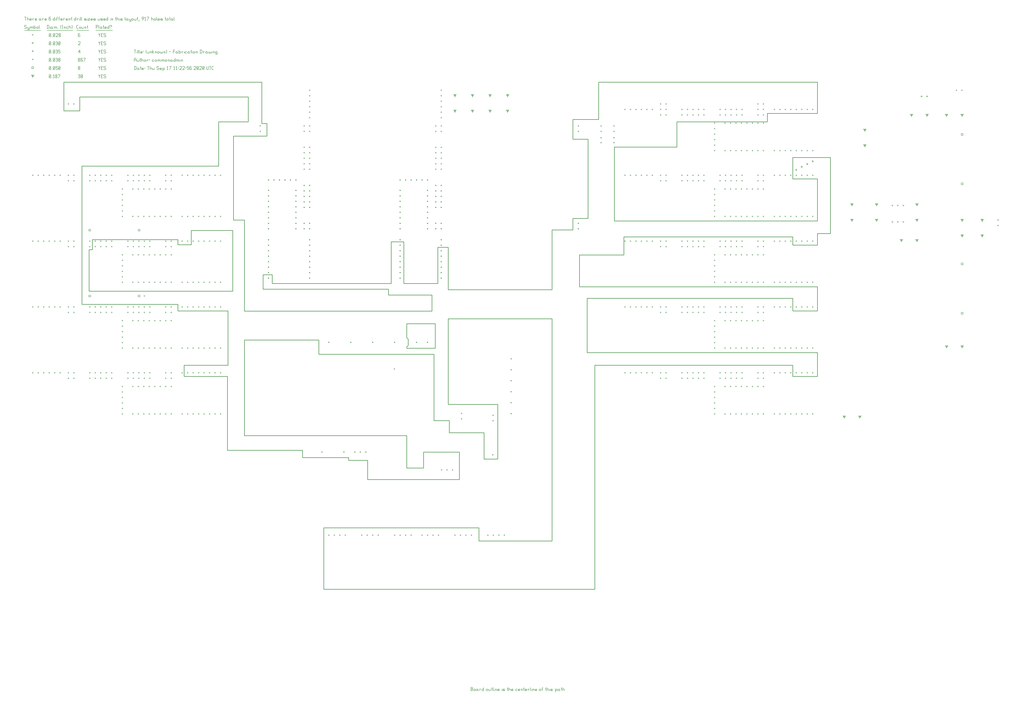
<source format=gbr>
G04 start of page 14 for group -3984 idx -3984 *
G04 Title: (unknown), fab *
G04 Creator: pcb 4.2.0 *
G04 CreationDate: Thu Sep 17 11:22:56 2020 UTC *
G04 For: commonadmin *
G04 Format: Gerber/RS-274X *
G04 PCB-Dimensions (mil): 18000.00 11000.00 *
G04 PCB-Coordinate-Origin: lower left *
%MOIN*%
%FSLAX25Y25*%
%LNFAB*%
%ADD115C,0.0100*%
%ADD114C,0.0075*%
%ADD113C,0.0060*%
%ADD112C,0.0080*%
G54D112*X881000Y1075846D02*Y1072646D01*
Y1075846D02*X883773Y1077446D01*
X881000Y1075846D02*X878227Y1077446D01*
X879400Y1075846D02*G75*G03X882600Y1075846I1600J0D01*G01*
G75*G03X879400Y1075846I-1600J0D01*G01*
X881000Y1047500D02*Y1044300D01*
Y1047500D02*X883773Y1049100D01*
X881000Y1047500D02*X878227Y1049100D01*
X879400Y1047500D02*G75*G03X882600Y1047500I1600J0D01*G01*
G75*G03X879400Y1047500I-1600J0D01*G01*
X849000Y1075846D02*Y1072646D01*
Y1075846D02*X851773Y1077446D01*
X849000Y1075846D02*X846227Y1077446D01*
X847400Y1075846D02*G75*G03X850600Y1075846I1600J0D01*G01*
G75*G03X847400Y1075846I-1600J0D01*G01*
X849000Y1047500D02*Y1044300D01*
Y1047500D02*X851773Y1049100D01*
X849000Y1047500D02*X846227Y1049100D01*
X847400Y1047500D02*G75*G03X850600Y1047500I1600J0D01*G01*
G75*G03X847400Y1047500I-1600J0D01*G01*
X817000Y1075846D02*Y1072646D01*
Y1075846D02*X819773Y1077446D01*
X817000Y1075846D02*X814227Y1077446D01*
X815400Y1075846D02*G75*G03X818600Y1075846I1600J0D01*G01*
G75*G03X815400Y1075846I-1600J0D01*G01*
X817000Y1047500D02*Y1044300D01*
Y1047500D02*X819773Y1049100D01*
X817000Y1047500D02*X814227Y1049100D01*
X815400Y1047500D02*G75*G03X818600Y1047500I1600J0D01*G01*
G75*G03X815400Y1047500I-1600J0D01*G01*
X785000Y1075846D02*Y1072646D01*
Y1075846D02*X787773Y1077446D01*
X785000Y1075846D02*X782227Y1077446D01*
X783400Y1075846D02*G75*G03X786600Y1075846I1600J0D01*G01*
G75*G03X783400Y1075846I-1600J0D01*G01*
X785000Y1047500D02*Y1044300D01*
Y1047500D02*X787773Y1049100D01*
X785000Y1047500D02*X782227Y1049100D01*
X783400Y1047500D02*G75*G03X786600Y1047500I1600J0D01*G01*
G75*G03X783400Y1047500I-1600J0D01*G01*
X1495000Y490000D02*Y486800D01*
Y490000D02*X1497773Y491600D01*
X1495000Y490000D02*X1492227Y491600D01*
X1493400Y490000D02*G75*G03X1496600Y490000I1600J0D01*G01*
G75*G03X1493400Y490000I-1600J0D01*G01*
X1523346D02*Y486800D01*
Y490000D02*X1526120Y491600D01*
X1523346Y490000D02*X1520573Y491600D01*
X1521746Y490000D02*G75*G03X1524946Y490000I1600J0D01*G01*
G75*G03X1521746Y490000I-1600J0D01*G01*
X1532500Y1012846D02*Y1009646D01*
Y1012846D02*X1535273Y1014446D01*
X1532500Y1012846D02*X1529727Y1014446D01*
X1530900Y1012846D02*G75*G03X1534100Y1012846I1600J0D01*G01*
G75*G03X1530900Y1012846I-1600J0D01*G01*
X1532500Y984500D02*Y981300D01*
Y984500D02*X1535273Y986100D01*
X1532500Y984500D02*X1529727Y986100D01*
X1530900Y984500D02*G75*G03X1534100Y984500I1600J0D01*G01*
G75*G03X1530900Y984500I-1600J0D01*G01*
X1709846Y1040000D02*Y1036800D01*
Y1040000D02*X1712620Y1041600D01*
X1709846Y1040000D02*X1707073Y1041600D01*
X1708246Y1040000D02*G75*G03X1711446Y1040000I1600J0D01*G01*
G75*G03X1708246Y1040000I-1600J0D01*G01*
X1681500D02*Y1036800D01*
Y1040000D02*X1684273Y1041600D01*
X1681500Y1040000D02*X1678727Y1041600D01*
X1679900Y1040000D02*G75*G03X1683100Y1040000I1600J0D01*G01*
G75*G03X1679900Y1040000I-1600J0D01*G01*
X1746500Y848500D02*Y845300D01*
Y848500D02*X1749273Y850100D01*
X1746500Y848500D02*X1743727Y850100D01*
X1744900Y848500D02*G75*G03X1748100Y848500I1600J0D01*G01*
G75*G03X1744900Y848500I-1600J0D01*G01*
X1746500Y820154D02*Y816954D01*
Y820154D02*X1749273Y821754D01*
X1746500Y820154D02*X1743727Y821754D01*
X1744900Y820154D02*G75*G03X1748100Y820154I1600J0D01*G01*
G75*G03X1744900Y820154I-1600J0D01*G01*
X1710000Y848500D02*Y845300D01*
Y848500D02*X1712773Y850100D01*
X1710000Y848500D02*X1707227Y850100D01*
X1708400Y848500D02*G75*G03X1711600Y848500I1600J0D01*G01*
G75*G03X1708400Y848500I-1600J0D01*G01*
X1710000Y820154D02*Y816954D01*
Y820154D02*X1712773Y821754D01*
X1710000Y820154D02*X1707227Y821754D01*
X1708400Y820154D02*G75*G03X1711600Y820154I1600J0D01*G01*
G75*G03X1708400Y820154I-1600J0D01*G01*
X1710000Y618000D02*Y614800D01*
Y618000D02*X1712773Y619600D01*
X1710000Y618000D02*X1707227Y619600D01*
X1708400Y618000D02*G75*G03X1711600Y618000I1600J0D01*G01*
G75*G03X1708400Y618000I-1600J0D01*G01*
X1681654D02*Y614800D01*
Y618000D02*X1684427Y619600D01*
X1681654Y618000D02*X1678880Y619600D01*
X1680054Y618000D02*G75*G03X1683254Y618000I1600J0D01*G01*
G75*G03X1680054Y618000I-1600J0D01*G01*
X1646000Y1040000D02*Y1036800D01*
Y1040000D02*X1648773Y1041600D01*
X1646000Y1040000D02*X1643227Y1041600D01*
X1644400Y1040000D02*G75*G03X1647600Y1040000I1600J0D01*G01*
G75*G03X1644400Y1040000I-1600J0D01*G01*
X1617654D02*Y1036800D01*
Y1040000D02*X1620427Y1041600D01*
X1617654Y1040000D02*X1614880Y1041600D01*
X1616054Y1040000D02*G75*G03X1619254Y1040000I1600J0D01*G01*
G75*G03X1616054Y1040000I-1600J0D01*G01*
X1554000Y877000D02*Y873800D01*
Y877000D02*X1556773Y878600D01*
X1554000Y877000D02*X1551227Y878600D01*
X1552400Y877000D02*G75*G03X1555600Y877000I1600J0D01*G01*
G75*G03X1552400Y877000I-1600J0D01*G01*
X1554000Y848654D02*Y845454D01*
Y848654D02*X1556773Y850254D01*
X1554000Y848654D02*X1551227Y850254D01*
X1552400Y848654D02*G75*G03X1555600Y848654I1600J0D01*G01*
G75*G03X1552400Y848654I-1600J0D01*G01*
X1627500Y877000D02*Y873800D01*
Y877000D02*X1630273Y878600D01*
X1627500Y877000D02*X1624727Y878600D01*
X1625900Y877000D02*G75*G03X1629100Y877000I1600J0D01*G01*
G75*G03X1625900Y877000I-1600J0D01*G01*
X1627500Y848654D02*Y845454D01*
Y848654D02*X1630273Y850254D01*
X1627500Y848654D02*X1624727Y850254D01*
X1625900Y848654D02*G75*G03X1629100Y848654I1600J0D01*G01*
G75*G03X1625900Y848654I-1600J0D01*G01*
X1599154Y811654D02*Y808454D01*
Y811654D02*X1601927Y813254D01*
X1599154Y811654D02*X1596380Y813254D01*
X1597554Y811654D02*G75*G03X1600754Y811654I1600J0D01*G01*
G75*G03X1597554Y811654I-1600J0D01*G01*
X1627500D02*Y808454D01*
Y811654D02*X1630273Y813254D01*
X1627500Y811654D02*X1624727Y813254D01*
X1625900Y811654D02*G75*G03X1629100Y811654I1600J0D01*G01*
G75*G03X1625900Y811654I-1600J0D01*G01*
X1509000Y877000D02*Y873800D01*
Y877000D02*X1511773Y878600D01*
X1509000Y877000D02*X1506227Y878600D01*
X1507400Y877000D02*G75*G03X1510600Y877000I1600J0D01*G01*
G75*G03X1507400Y877000I-1600J0D01*G01*
X1509000Y848654D02*Y845454D01*
Y848654D02*X1511773Y850254D01*
X1509000Y848654D02*X1506227Y850254D01*
X1507400Y848654D02*G75*G03X1510600Y848654I1600J0D01*G01*
G75*G03X1507400Y848654I-1600J0D01*G01*
X15000Y1111250D02*Y1108050D01*
Y1111250D02*X17773Y1112850D01*
X15000Y1111250D02*X12227Y1112850D01*
X13400Y1111250D02*G75*G03X16600Y1111250I1600J0D01*G01*
G75*G03X13400Y1111250I-1600J0D01*G01*
G54D113*X135000Y1113500D02*X136500Y1110500D01*
X138000Y1113500D01*
X136500Y1110500D02*Y1107500D01*
X139800Y1110800D02*X142050D01*
X139800Y1107500D02*X142800D01*
X139800Y1113500D02*Y1107500D01*
Y1113500D02*X142800D01*
X147600D02*X148350Y1112750D01*
X145350Y1113500D02*X147600D01*
X144600Y1112750D02*X145350Y1113500D01*
X144600Y1112750D02*Y1111250D01*
X145350Y1110500D01*
X147600D01*
X148350Y1109750D01*
Y1108250D01*
X147600Y1107500D02*X148350Y1108250D01*
X145350Y1107500D02*X147600D01*
X144600Y1108250D02*X145350Y1107500D01*
X98000Y1112750D02*X98750Y1113500D01*
X100250D01*
X101000Y1112750D01*
X100250Y1107500D02*X101000Y1108250D01*
X98750Y1107500D02*X100250D01*
X98000Y1108250D02*X98750Y1107500D01*
Y1110800D02*X100250D01*
X101000Y1112750D02*Y1111550D01*
Y1110050D02*Y1108250D01*
Y1110050D02*X100250Y1110800D01*
X101000Y1111550D02*X100250Y1110800D01*
X102800Y1108250D02*X103550Y1107500D01*
X102800Y1112750D02*Y1108250D01*
Y1112750D02*X103550Y1113500D01*
X105050D01*
X105800Y1112750D01*
Y1108250D01*
X105050Y1107500D02*X105800Y1108250D01*
X103550Y1107500D02*X105050D01*
X102800Y1109000D02*X105800Y1112000D01*
X45000Y1108250D02*X45750Y1107500D01*
X45000Y1112750D02*Y1108250D01*
Y1112750D02*X45750Y1113500D01*
X47250D01*
X48000Y1112750D01*
Y1108250D01*
X47250Y1107500D02*X48000Y1108250D01*
X45750Y1107500D02*X47250D01*
X45000Y1109000D02*X48000Y1112000D01*
X49800Y1107500D02*X50550D01*
X52350Y1112300D02*X53550Y1113500D01*
Y1107500D01*
X52350D02*X54600D01*
X56400Y1108250D02*X57150Y1107500D01*
X56400Y1109450D02*Y1108250D01*
Y1109450D02*X57450Y1110500D01*
X58350D01*
X59400Y1109450D01*
Y1108250D01*
X58650Y1107500D02*X59400Y1108250D01*
X57150Y1107500D02*X58650D01*
X56400Y1111550D02*X57450Y1110500D01*
X56400Y1112750D02*Y1111550D01*
Y1112750D02*X57150Y1113500D01*
X58650D01*
X59400Y1112750D01*
Y1111550D01*
X58350Y1110500D02*X59400Y1111550D01*
X61950Y1107500D02*X64950Y1113500D01*
X61200D02*X64950D01*
X207400Y831600D02*X210600D01*
X207400D02*Y828400D01*
X210600D01*
Y831600D02*Y828400D01*
X117400Y831600D02*X120600D01*
X117400D02*Y828400D01*
X120600D01*
Y831600D02*Y828400D01*
X207400Y711600D02*X210600D01*
X207400D02*Y708400D01*
X210600D01*
Y711600D02*Y708400D01*
X117400Y711600D02*X120600D01*
X117400D02*Y708400D01*
X120600D01*
Y711600D02*Y708400D01*
X1708400Y1006100D02*X1711600D01*
X1708400D02*Y1002900D01*
X1711600D01*
Y1006100D02*Y1002900D01*
X1708400Y916100D02*X1711600D01*
X1708400D02*Y912900D01*
X1711600D01*
Y916100D02*Y912900D01*
X1708400Y770100D02*X1711600D01*
X1708400D02*Y766900D01*
X1711600D01*
Y770100D02*Y766900D01*
X1708400Y680100D02*X1711600D01*
X1708400D02*Y676900D01*
X1711600D01*
Y680100D02*Y676900D01*
X13400Y1127850D02*X16600D01*
X13400D02*Y1124650D01*
X16600D01*
Y1127850D02*Y1124650D01*
X135000Y1128500D02*X136500Y1125500D01*
X138000Y1128500D01*
X136500Y1125500D02*Y1122500D01*
X139800Y1125800D02*X142050D01*
X139800Y1122500D02*X142800D01*
X139800Y1128500D02*Y1122500D01*
Y1128500D02*X142800D01*
X147600D02*X148350Y1127750D01*
X145350Y1128500D02*X147600D01*
X144600Y1127750D02*X145350Y1128500D01*
X144600Y1127750D02*Y1126250D01*
X145350Y1125500D01*
X147600D01*
X148350Y1124750D01*
Y1123250D01*
X147600Y1122500D02*X148350Y1123250D01*
X145350Y1122500D02*X147600D01*
X144600Y1123250D02*X145350Y1122500D01*
X98000Y1123250D02*X98750Y1122500D01*
X98000Y1124450D02*Y1123250D01*
Y1124450D02*X99050Y1125500D01*
X99950D01*
X101000Y1124450D01*
Y1123250D01*
X100250Y1122500D02*X101000Y1123250D01*
X98750Y1122500D02*X100250D01*
X98000Y1126550D02*X99050Y1125500D01*
X98000Y1127750D02*Y1126550D01*
Y1127750D02*X98750Y1128500D01*
X100250D01*
X101000Y1127750D01*
Y1126550D01*
X99950Y1125500D02*X101000Y1126550D01*
X45000Y1123250D02*X45750Y1122500D01*
X45000Y1127750D02*Y1123250D01*
Y1127750D02*X45750Y1128500D01*
X47250D01*
X48000Y1127750D01*
Y1123250D01*
X47250Y1122500D02*X48000Y1123250D01*
X45750Y1122500D02*X47250D01*
X45000Y1124000D02*X48000Y1127000D01*
X49800Y1122500D02*X50550D01*
X52350Y1123250D02*X53100Y1122500D01*
X52350Y1127750D02*Y1123250D01*
Y1127750D02*X53100Y1128500D01*
X54600D01*
X55350Y1127750D01*
Y1123250D01*
X54600Y1122500D02*X55350Y1123250D01*
X53100Y1122500D02*X54600D01*
X52350Y1124000D02*X55350Y1127000D01*
X57150Y1128500D02*X60150D01*
X57150D02*Y1125500D01*
X57900Y1126250D01*
X59400D01*
X60150Y1125500D01*
Y1123250D01*
X59400Y1122500D02*X60150Y1123250D01*
X57900Y1122500D02*X59400D01*
X57150Y1123250D02*X57900Y1122500D01*
X61950Y1123250D02*X62700Y1122500D01*
X61950Y1127750D02*Y1123250D01*
Y1127750D02*X62700Y1128500D01*
X64200D01*
X64950Y1127750D01*
Y1123250D01*
X64200Y1122500D02*X64950Y1123250D01*
X62700Y1122500D02*X64200D01*
X61950Y1124000D02*X64950Y1127000D01*
X286700Y615000D02*G75*G03X288300Y615000I800J0D01*G01*
G75*G03X286700Y615000I-800J0D01*G01*
X296700D02*G75*G03X298300Y615000I800J0D01*G01*
G75*G03X296700Y615000I-800J0D01*G01*
X306700D02*G75*G03X308300Y615000I800J0D01*G01*
G75*G03X306700Y615000I-800J0D01*G01*
X316700D02*G75*G03X318300Y615000I800J0D01*G01*
G75*G03X316700Y615000I-800J0D01*G01*
X326700D02*G75*G03X328300Y615000I800J0D01*G01*
G75*G03X326700Y615000I-800J0D01*G01*
X336700D02*G75*G03X338300Y615000I800J0D01*G01*
G75*G03X336700Y615000I-800J0D01*G01*
X346700D02*G75*G03X348300Y615000I800J0D01*G01*
G75*G03X346700Y615000I-800J0D01*G01*
X356700D02*G75*G03X358300Y615000I800J0D01*G01*
G75*G03X356700Y615000I-800J0D01*G01*
X286700Y690000D02*G75*G03X288300Y690000I800J0D01*G01*
G75*G03X286700Y690000I-800J0D01*G01*
X296700D02*G75*G03X298300Y690000I800J0D01*G01*
G75*G03X296700Y690000I-800J0D01*G01*
X306700D02*G75*G03X308300Y690000I800J0D01*G01*
G75*G03X306700Y690000I-800J0D01*G01*
X316700D02*G75*G03X318300Y690000I800J0D01*G01*
G75*G03X316700Y690000I-800J0D01*G01*
X326700D02*G75*G03X328300Y690000I800J0D01*G01*
G75*G03X326700Y690000I-800J0D01*G01*
X336700D02*G75*G03X338300Y690000I800J0D01*G01*
G75*G03X336700Y690000I-800J0D01*G01*
X346700D02*G75*G03X348300Y690000I800J0D01*G01*
G75*G03X346700Y690000I-800J0D01*G01*
X356700D02*G75*G03X358300Y690000I800J0D01*G01*
G75*G03X356700Y690000I-800J0D01*G01*
X196700Y615000D02*G75*G03X198300Y615000I800J0D01*G01*
G75*G03X196700Y615000I-800J0D01*G01*
X206700D02*G75*G03X208300Y615000I800J0D01*G01*
G75*G03X206700Y615000I-800J0D01*G01*
X216700D02*G75*G03X218300Y615000I800J0D01*G01*
G75*G03X216700Y615000I-800J0D01*G01*
X226700D02*G75*G03X228300Y615000I800J0D01*G01*
G75*G03X226700Y615000I-800J0D01*G01*
X236700D02*G75*G03X238300Y615000I800J0D01*G01*
G75*G03X236700Y615000I-800J0D01*G01*
X246700D02*G75*G03X248300Y615000I800J0D01*G01*
G75*G03X246700Y615000I-800J0D01*G01*
X256700D02*G75*G03X258300Y615000I800J0D01*G01*
G75*G03X256700Y615000I-800J0D01*G01*
X266700D02*G75*G03X268300Y615000I800J0D01*G01*
G75*G03X266700Y615000I-800J0D01*G01*
X177700D02*G75*G03X179300Y615000I800J0D01*G01*
G75*G03X177700Y615000I-800J0D01*G01*
Y625000D02*G75*G03X179300Y625000I800J0D01*G01*
G75*G03X177700Y625000I-800J0D01*G01*
Y635000D02*G75*G03X179300Y635000I800J0D01*G01*
G75*G03X177700Y635000I-800J0D01*G01*
Y645000D02*G75*G03X179300Y645000I800J0D01*G01*
G75*G03X177700Y645000I-800J0D01*G01*
Y655000D02*G75*G03X179300Y655000I800J0D01*G01*
G75*G03X177700Y655000I-800J0D01*G01*
Y665000D02*G75*G03X179300Y665000I800J0D01*G01*
G75*G03X177700Y665000I-800J0D01*G01*
X196700D02*G75*G03X198300Y665000I800J0D01*G01*
G75*G03X196700Y665000I-800J0D01*G01*
X206700D02*G75*G03X208300Y665000I800J0D01*G01*
G75*G03X206700Y665000I-800J0D01*G01*
X216700D02*G75*G03X218300Y665000I800J0D01*G01*
G75*G03X216700Y665000I-800J0D01*G01*
X226700D02*G75*G03X228300Y665000I800J0D01*G01*
G75*G03X226700Y665000I-800J0D01*G01*
X236700D02*G75*G03X238300Y665000I800J0D01*G01*
G75*G03X236700Y665000I-800J0D01*G01*
X246700D02*G75*G03X248300Y665000I800J0D01*G01*
G75*G03X246700Y665000I-800J0D01*G01*
X256700D02*G75*G03X258300Y665000I800J0D01*G01*
G75*G03X256700Y665000I-800J0D01*G01*
X266700D02*G75*G03X268300Y665000I800J0D01*G01*
G75*G03X266700Y665000I-800J0D01*G01*
Y690000D02*G75*G03X268300Y690000I800J0D01*G01*
G75*G03X266700Y690000I-800J0D01*G01*
Y680000D02*G75*G03X268300Y680000I800J0D01*G01*
G75*G03X266700Y680000I-800J0D01*G01*
X256700D02*G75*G03X258300Y680000I800J0D01*G01*
G75*G03X256700Y680000I-800J0D01*G01*
Y690000D02*G75*G03X258300Y690000I800J0D01*G01*
G75*G03X256700Y690000I-800J0D01*G01*
X227700D02*G75*G03X229300Y690000I800J0D01*G01*
G75*G03X227700Y690000I-800J0D01*G01*
Y680000D02*G75*G03X229300Y680000I800J0D01*G01*
G75*G03X227700Y680000I-800J0D01*G01*
X217700Y690000D02*G75*G03X219300Y690000I800J0D01*G01*
G75*G03X217700Y690000I-800J0D01*G01*
Y680000D02*G75*G03X219300Y680000I800J0D01*G01*
G75*G03X217700Y680000I-800J0D01*G01*
X207700Y690000D02*G75*G03X209300Y690000I800J0D01*G01*
G75*G03X207700Y690000I-800J0D01*G01*
Y680000D02*G75*G03X209300Y680000I800J0D01*G01*
G75*G03X207700Y680000I-800J0D01*G01*
X197700Y690000D02*G75*G03X199300Y690000I800J0D01*G01*
G75*G03X197700Y690000I-800J0D01*G01*
Y680000D02*G75*G03X199300Y680000I800J0D01*G01*
G75*G03X197700Y680000I-800J0D01*G01*
X187700Y690000D02*G75*G03X189300Y690000I800J0D01*G01*
G75*G03X187700Y690000I-800J0D01*G01*
Y680000D02*G75*G03X189300Y680000I800J0D01*G01*
G75*G03X187700Y680000I-800J0D01*G01*
X158200Y690000D02*G75*G03X159800Y690000I800J0D01*G01*
G75*G03X158200Y690000I-800J0D01*G01*
Y680000D02*G75*G03X159800Y680000I800J0D01*G01*
G75*G03X158200Y680000I-800J0D01*G01*
X148200Y690000D02*G75*G03X149800Y690000I800J0D01*G01*
G75*G03X148200Y690000I-800J0D01*G01*
Y680000D02*G75*G03X149800Y680000I800J0D01*G01*
G75*G03X148200Y680000I-800J0D01*G01*
X138200Y690000D02*G75*G03X139800Y690000I800J0D01*G01*
G75*G03X138200Y690000I-800J0D01*G01*
Y680000D02*G75*G03X139800Y680000I800J0D01*G01*
G75*G03X138200Y680000I-800J0D01*G01*
X128200Y690000D02*G75*G03X129800Y690000I800J0D01*G01*
G75*G03X128200Y690000I-800J0D01*G01*
Y680000D02*G75*G03X129800Y680000I800J0D01*G01*
G75*G03X128200Y680000I-800J0D01*G01*
X118200Y690000D02*G75*G03X119800Y690000I800J0D01*G01*
G75*G03X118200Y690000I-800J0D01*G01*
Y680000D02*G75*G03X119800Y680000I800J0D01*G01*
G75*G03X118200Y680000I-800J0D01*G01*
X89200Y690000D02*G75*G03X90800Y690000I800J0D01*G01*
G75*G03X89200Y690000I-800J0D01*G01*
Y680000D02*G75*G03X90800Y680000I800J0D01*G01*
G75*G03X89200Y680000I-800J0D01*G01*
X79200D02*G75*G03X80800Y680000I800J0D01*G01*
G75*G03X79200Y680000I-800J0D01*G01*
Y690000D02*G75*G03X80800Y690000I800J0D01*G01*
G75*G03X79200Y690000I-800J0D01*G01*
X64200D02*G75*G03X65800Y690000I800J0D01*G01*
G75*G03X64200Y690000I-800J0D01*G01*
X54200D02*G75*G03X55800Y690000I800J0D01*G01*
G75*G03X54200Y690000I-800J0D01*G01*
X44200D02*G75*G03X45800Y690000I800J0D01*G01*
G75*G03X44200Y690000I-800J0D01*G01*
X34200D02*G75*G03X35800Y690000I800J0D01*G01*
G75*G03X34200Y690000I-800J0D01*G01*
X24200D02*G75*G03X25800Y690000I800J0D01*G01*
G75*G03X24200Y690000I-800J0D01*G01*
X14200D02*G75*G03X15800Y690000I800J0D01*G01*
G75*G03X14200Y690000I-800J0D01*G01*
X286700Y495000D02*G75*G03X288300Y495000I800J0D01*G01*
G75*G03X286700Y495000I-800J0D01*G01*
X296700D02*G75*G03X298300Y495000I800J0D01*G01*
G75*G03X296700Y495000I-800J0D01*G01*
X306700D02*G75*G03X308300Y495000I800J0D01*G01*
G75*G03X306700Y495000I-800J0D01*G01*
X316700D02*G75*G03X318300Y495000I800J0D01*G01*
G75*G03X316700Y495000I-800J0D01*G01*
X326700D02*G75*G03X328300Y495000I800J0D01*G01*
G75*G03X326700Y495000I-800J0D01*G01*
X336700D02*G75*G03X338300Y495000I800J0D01*G01*
G75*G03X336700Y495000I-800J0D01*G01*
X346700D02*G75*G03X348300Y495000I800J0D01*G01*
G75*G03X346700Y495000I-800J0D01*G01*
X356700D02*G75*G03X358300Y495000I800J0D01*G01*
G75*G03X356700Y495000I-800J0D01*G01*
X286700Y570000D02*G75*G03X288300Y570000I800J0D01*G01*
G75*G03X286700Y570000I-800J0D01*G01*
X296700D02*G75*G03X298300Y570000I800J0D01*G01*
G75*G03X296700Y570000I-800J0D01*G01*
X306700D02*G75*G03X308300Y570000I800J0D01*G01*
G75*G03X306700Y570000I-800J0D01*G01*
X316700D02*G75*G03X318300Y570000I800J0D01*G01*
G75*G03X316700Y570000I-800J0D01*G01*
X326700D02*G75*G03X328300Y570000I800J0D01*G01*
G75*G03X326700Y570000I-800J0D01*G01*
X336700D02*G75*G03X338300Y570000I800J0D01*G01*
G75*G03X336700Y570000I-800J0D01*G01*
X346700D02*G75*G03X348300Y570000I800J0D01*G01*
G75*G03X346700Y570000I-800J0D01*G01*
X356700D02*G75*G03X358300Y570000I800J0D01*G01*
G75*G03X356700Y570000I-800J0D01*G01*
X196700Y495000D02*G75*G03X198300Y495000I800J0D01*G01*
G75*G03X196700Y495000I-800J0D01*G01*
X206700D02*G75*G03X208300Y495000I800J0D01*G01*
G75*G03X206700Y495000I-800J0D01*G01*
X216700D02*G75*G03X218300Y495000I800J0D01*G01*
G75*G03X216700Y495000I-800J0D01*G01*
X226700D02*G75*G03X228300Y495000I800J0D01*G01*
G75*G03X226700Y495000I-800J0D01*G01*
X236700D02*G75*G03X238300Y495000I800J0D01*G01*
G75*G03X236700Y495000I-800J0D01*G01*
X246700D02*G75*G03X248300Y495000I800J0D01*G01*
G75*G03X246700Y495000I-800J0D01*G01*
X256700D02*G75*G03X258300Y495000I800J0D01*G01*
G75*G03X256700Y495000I-800J0D01*G01*
X266700D02*G75*G03X268300Y495000I800J0D01*G01*
G75*G03X266700Y495000I-800J0D01*G01*
X177700D02*G75*G03X179300Y495000I800J0D01*G01*
G75*G03X177700Y495000I-800J0D01*G01*
Y505000D02*G75*G03X179300Y505000I800J0D01*G01*
G75*G03X177700Y505000I-800J0D01*G01*
Y515000D02*G75*G03X179300Y515000I800J0D01*G01*
G75*G03X177700Y515000I-800J0D01*G01*
Y525000D02*G75*G03X179300Y525000I800J0D01*G01*
G75*G03X177700Y525000I-800J0D01*G01*
Y535000D02*G75*G03X179300Y535000I800J0D01*G01*
G75*G03X177700Y535000I-800J0D01*G01*
Y545000D02*G75*G03X179300Y545000I800J0D01*G01*
G75*G03X177700Y545000I-800J0D01*G01*
X196700D02*G75*G03X198300Y545000I800J0D01*G01*
G75*G03X196700Y545000I-800J0D01*G01*
X206700D02*G75*G03X208300Y545000I800J0D01*G01*
G75*G03X206700Y545000I-800J0D01*G01*
X216700D02*G75*G03X218300Y545000I800J0D01*G01*
G75*G03X216700Y545000I-800J0D01*G01*
X226700D02*G75*G03X228300Y545000I800J0D01*G01*
G75*G03X226700Y545000I-800J0D01*G01*
X236700D02*G75*G03X238300Y545000I800J0D01*G01*
G75*G03X236700Y545000I-800J0D01*G01*
X246700D02*G75*G03X248300Y545000I800J0D01*G01*
G75*G03X246700Y545000I-800J0D01*G01*
X256700D02*G75*G03X258300Y545000I800J0D01*G01*
G75*G03X256700Y545000I-800J0D01*G01*
X266700D02*G75*G03X268300Y545000I800J0D01*G01*
G75*G03X266700Y545000I-800J0D01*G01*
Y570000D02*G75*G03X268300Y570000I800J0D01*G01*
G75*G03X266700Y570000I-800J0D01*G01*
Y560000D02*G75*G03X268300Y560000I800J0D01*G01*
G75*G03X266700Y560000I-800J0D01*G01*
X256700D02*G75*G03X258300Y560000I800J0D01*G01*
G75*G03X256700Y560000I-800J0D01*G01*
Y570000D02*G75*G03X258300Y570000I800J0D01*G01*
G75*G03X256700Y570000I-800J0D01*G01*
X227700D02*G75*G03X229300Y570000I800J0D01*G01*
G75*G03X227700Y570000I-800J0D01*G01*
Y560000D02*G75*G03X229300Y560000I800J0D01*G01*
G75*G03X227700Y560000I-800J0D01*G01*
X217700Y570000D02*G75*G03X219300Y570000I800J0D01*G01*
G75*G03X217700Y570000I-800J0D01*G01*
Y560000D02*G75*G03X219300Y560000I800J0D01*G01*
G75*G03X217700Y560000I-800J0D01*G01*
X207700Y570000D02*G75*G03X209300Y570000I800J0D01*G01*
G75*G03X207700Y570000I-800J0D01*G01*
Y560000D02*G75*G03X209300Y560000I800J0D01*G01*
G75*G03X207700Y560000I-800J0D01*G01*
X197700Y570000D02*G75*G03X199300Y570000I800J0D01*G01*
G75*G03X197700Y570000I-800J0D01*G01*
Y560000D02*G75*G03X199300Y560000I800J0D01*G01*
G75*G03X197700Y560000I-800J0D01*G01*
X187700Y570000D02*G75*G03X189300Y570000I800J0D01*G01*
G75*G03X187700Y570000I-800J0D01*G01*
Y560000D02*G75*G03X189300Y560000I800J0D01*G01*
G75*G03X187700Y560000I-800J0D01*G01*
X158200Y570000D02*G75*G03X159800Y570000I800J0D01*G01*
G75*G03X158200Y570000I-800J0D01*G01*
Y560000D02*G75*G03X159800Y560000I800J0D01*G01*
G75*G03X158200Y560000I-800J0D01*G01*
X148200Y570000D02*G75*G03X149800Y570000I800J0D01*G01*
G75*G03X148200Y570000I-800J0D01*G01*
Y560000D02*G75*G03X149800Y560000I800J0D01*G01*
G75*G03X148200Y560000I-800J0D01*G01*
X138200Y570000D02*G75*G03X139800Y570000I800J0D01*G01*
G75*G03X138200Y570000I-800J0D01*G01*
Y560000D02*G75*G03X139800Y560000I800J0D01*G01*
G75*G03X138200Y560000I-800J0D01*G01*
X128200Y570000D02*G75*G03X129800Y570000I800J0D01*G01*
G75*G03X128200Y570000I-800J0D01*G01*
Y560000D02*G75*G03X129800Y560000I800J0D01*G01*
G75*G03X128200Y560000I-800J0D01*G01*
X118200Y570000D02*G75*G03X119800Y570000I800J0D01*G01*
G75*G03X118200Y570000I-800J0D01*G01*
Y560000D02*G75*G03X119800Y560000I800J0D01*G01*
G75*G03X118200Y560000I-800J0D01*G01*
X89200Y570000D02*G75*G03X90800Y570000I800J0D01*G01*
G75*G03X89200Y570000I-800J0D01*G01*
Y560000D02*G75*G03X90800Y560000I800J0D01*G01*
G75*G03X89200Y560000I-800J0D01*G01*
X79200D02*G75*G03X80800Y560000I800J0D01*G01*
G75*G03X79200Y560000I-800J0D01*G01*
Y570000D02*G75*G03X80800Y570000I800J0D01*G01*
G75*G03X79200Y570000I-800J0D01*G01*
X64200D02*G75*G03X65800Y570000I800J0D01*G01*
G75*G03X64200Y570000I-800J0D01*G01*
X54200D02*G75*G03X55800Y570000I800J0D01*G01*
G75*G03X54200Y570000I-800J0D01*G01*
X44200D02*G75*G03X45800Y570000I800J0D01*G01*
G75*G03X44200Y570000I-800J0D01*G01*
X34200D02*G75*G03X35800Y570000I800J0D01*G01*
G75*G03X34200Y570000I-800J0D01*G01*
X24200D02*G75*G03X25800Y570000I800J0D01*G01*
G75*G03X24200Y570000I-800J0D01*G01*
X14200D02*G75*G03X15800Y570000I800J0D01*G01*
G75*G03X14200Y570000I-800J0D01*G01*
X286700Y855000D02*G75*G03X288300Y855000I800J0D01*G01*
G75*G03X286700Y855000I-800J0D01*G01*
X296700D02*G75*G03X298300Y855000I800J0D01*G01*
G75*G03X296700Y855000I-800J0D01*G01*
X306700D02*G75*G03X308300Y855000I800J0D01*G01*
G75*G03X306700Y855000I-800J0D01*G01*
X316700D02*G75*G03X318300Y855000I800J0D01*G01*
G75*G03X316700Y855000I-800J0D01*G01*
X326700D02*G75*G03X328300Y855000I800J0D01*G01*
G75*G03X326700Y855000I-800J0D01*G01*
X336700D02*G75*G03X338300Y855000I800J0D01*G01*
G75*G03X336700Y855000I-800J0D01*G01*
X346700D02*G75*G03X348300Y855000I800J0D01*G01*
G75*G03X346700Y855000I-800J0D01*G01*
X356700D02*G75*G03X358300Y855000I800J0D01*G01*
G75*G03X356700Y855000I-800J0D01*G01*
X286700Y930000D02*G75*G03X288300Y930000I800J0D01*G01*
G75*G03X286700Y930000I-800J0D01*G01*
X296700D02*G75*G03X298300Y930000I800J0D01*G01*
G75*G03X296700Y930000I-800J0D01*G01*
X306700D02*G75*G03X308300Y930000I800J0D01*G01*
G75*G03X306700Y930000I-800J0D01*G01*
X316700D02*G75*G03X318300Y930000I800J0D01*G01*
G75*G03X316700Y930000I-800J0D01*G01*
X326700D02*G75*G03X328300Y930000I800J0D01*G01*
G75*G03X326700Y930000I-800J0D01*G01*
X336700D02*G75*G03X338300Y930000I800J0D01*G01*
G75*G03X336700Y930000I-800J0D01*G01*
X346700D02*G75*G03X348300Y930000I800J0D01*G01*
G75*G03X346700Y930000I-800J0D01*G01*
X356700D02*G75*G03X358300Y930000I800J0D01*G01*
G75*G03X356700Y930000I-800J0D01*G01*
X196700Y855000D02*G75*G03X198300Y855000I800J0D01*G01*
G75*G03X196700Y855000I-800J0D01*G01*
X206700D02*G75*G03X208300Y855000I800J0D01*G01*
G75*G03X206700Y855000I-800J0D01*G01*
X216700D02*G75*G03X218300Y855000I800J0D01*G01*
G75*G03X216700Y855000I-800J0D01*G01*
X226700D02*G75*G03X228300Y855000I800J0D01*G01*
G75*G03X226700Y855000I-800J0D01*G01*
X236700D02*G75*G03X238300Y855000I800J0D01*G01*
G75*G03X236700Y855000I-800J0D01*G01*
X246700D02*G75*G03X248300Y855000I800J0D01*G01*
G75*G03X246700Y855000I-800J0D01*G01*
X256700D02*G75*G03X258300Y855000I800J0D01*G01*
G75*G03X256700Y855000I-800J0D01*G01*
X266700D02*G75*G03X268300Y855000I800J0D01*G01*
G75*G03X266700Y855000I-800J0D01*G01*
X177700D02*G75*G03X179300Y855000I800J0D01*G01*
G75*G03X177700Y855000I-800J0D01*G01*
Y865000D02*G75*G03X179300Y865000I800J0D01*G01*
G75*G03X177700Y865000I-800J0D01*G01*
Y875000D02*G75*G03X179300Y875000I800J0D01*G01*
G75*G03X177700Y875000I-800J0D01*G01*
Y885000D02*G75*G03X179300Y885000I800J0D01*G01*
G75*G03X177700Y885000I-800J0D01*G01*
Y895000D02*G75*G03X179300Y895000I800J0D01*G01*
G75*G03X177700Y895000I-800J0D01*G01*
Y905000D02*G75*G03X179300Y905000I800J0D01*G01*
G75*G03X177700Y905000I-800J0D01*G01*
X196700D02*G75*G03X198300Y905000I800J0D01*G01*
G75*G03X196700Y905000I-800J0D01*G01*
X206700D02*G75*G03X208300Y905000I800J0D01*G01*
G75*G03X206700Y905000I-800J0D01*G01*
X216700D02*G75*G03X218300Y905000I800J0D01*G01*
G75*G03X216700Y905000I-800J0D01*G01*
X226700D02*G75*G03X228300Y905000I800J0D01*G01*
G75*G03X226700Y905000I-800J0D01*G01*
X236700D02*G75*G03X238300Y905000I800J0D01*G01*
G75*G03X236700Y905000I-800J0D01*G01*
X246700D02*G75*G03X248300Y905000I800J0D01*G01*
G75*G03X246700Y905000I-800J0D01*G01*
X256700D02*G75*G03X258300Y905000I800J0D01*G01*
G75*G03X256700Y905000I-800J0D01*G01*
X266700D02*G75*G03X268300Y905000I800J0D01*G01*
G75*G03X266700Y905000I-800J0D01*G01*
Y930000D02*G75*G03X268300Y930000I800J0D01*G01*
G75*G03X266700Y930000I-800J0D01*G01*
Y920000D02*G75*G03X268300Y920000I800J0D01*G01*
G75*G03X266700Y920000I-800J0D01*G01*
X256700D02*G75*G03X258300Y920000I800J0D01*G01*
G75*G03X256700Y920000I-800J0D01*G01*
Y930000D02*G75*G03X258300Y930000I800J0D01*G01*
G75*G03X256700Y930000I-800J0D01*G01*
X227700D02*G75*G03X229300Y930000I800J0D01*G01*
G75*G03X227700Y930000I-800J0D01*G01*
Y920000D02*G75*G03X229300Y920000I800J0D01*G01*
G75*G03X227700Y920000I-800J0D01*G01*
X217700Y930000D02*G75*G03X219300Y930000I800J0D01*G01*
G75*G03X217700Y930000I-800J0D01*G01*
Y920000D02*G75*G03X219300Y920000I800J0D01*G01*
G75*G03X217700Y920000I-800J0D01*G01*
X207700Y930000D02*G75*G03X209300Y930000I800J0D01*G01*
G75*G03X207700Y930000I-800J0D01*G01*
Y920000D02*G75*G03X209300Y920000I800J0D01*G01*
G75*G03X207700Y920000I-800J0D01*G01*
X197700Y930000D02*G75*G03X199300Y930000I800J0D01*G01*
G75*G03X197700Y930000I-800J0D01*G01*
Y920000D02*G75*G03X199300Y920000I800J0D01*G01*
G75*G03X197700Y920000I-800J0D01*G01*
X187700Y930000D02*G75*G03X189300Y930000I800J0D01*G01*
G75*G03X187700Y930000I-800J0D01*G01*
Y920000D02*G75*G03X189300Y920000I800J0D01*G01*
G75*G03X187700Y920000I-800J0D01*G01*
X158200Y930000D02*G75*G03X159800Y930000I800J0D01*G01*
G75*G03X158200Y930000I-800J0D01*G01*
Y920000D02*G75*G03X159800Y920000I800J0D01*G01*
G75*G03X158200Y920000I-800J0D01*G01*
X148200Y930000D02*G75*G03X149800Y930000I800J0D01*G01*
G75*G03X148200Y930000I-800J0D01*G01*
Y920000D02*G75*G03X149800Y920000I800J0D01*G01*
G75*G03X148200Y920000I-800J0D01*G01*
X138200Y930000D02*G75*G03X139800Y930000I800J0D01*G01*
G75*G03X138200Y930000I-800J0D01*G01*
Y920000D02*G75*G03X139800Y920000I800J0D01*G01*
G75*G03X138200Y920000I-800J0D01*G01*
X128200Y930000D02*G75*G03X129800Y930000I800J0D01*G01*
G75*G03X128200Y930000I-800J0D01*G01*
Y920000D02*G75*G03X129800Y920000I800J0D01*G01*
G75*G03X128200Y920000I-800J0D01*G01*
X118200Y930000D02*G75*G03X119800Y930000I800J0D01*G01*
G75*G03X118200Y930000I-800J0D01*G01*
Y920000D02*G75*G03X119800Y920000I800J0D01*G01*
G75*G03X118200Y920000I-800J0D01*G01*
X89200Y930000D02*G75*G03X90800Y930000I800J0D01*G01*
G75*G03X89200Y930000I-800J0D01*G01*
Y920000D02*G75*G03X90800Y920000I800J0D01*G01*
G75*G03X89200Y920000I-800J0D01*G01*
X79200D02*G75*G03X80800Y920000I800J0D01*G01*
G75*G03X79200Y920000I-800J0D01*G01*
Y930000D02*G75*G03X80800Y930000I800J0D01*G01*
G75*G03X79200Y930000I-800J0D01*G01*
X64200D02*G75*G03X65800Y930000I800J0D01*G01*
G75*G03X64200Y930000I-800J0D01*G01*
X54200D02*G75*G03X55800Y930000I800J0D01*G01*
G75*G03X54200Y930000I-800J0D01*G01*
X44200D02*G75*G03X45800Y930000I800J0D01*G01*
G75*G03X44200Y930000I-800J0D01*G01*
X34200D02*G75*G03X35800Y930000I800J0D01*G01*
G75*G03X34200Y930000I-800J0D01*G01*
X24200D02*G75*G03X25800Y930000I800J0D01*G01*
G75*G03X24200Y930000I-800J0D01*G01*
X14200D02*G75*G03X15800Y930000I800J0D01*G01*
G75*G03X14200Y930000I-800J0D01*G01*
X286700Y735000D02*G75*G03X288300Y735000I800J0D01*G01*
G75*G03X286700Y735000I-800J0D01*G01*
X296700D02*G75*G03X298300Y735000I800J0D01*G01*
G75*G03X296700Y735000I-800J0D01*G01*
X306700D02*G75*G03X308300Y735000I800J0D01*G01*
G75*G03X306700Y735000I-800J0D01*G01*
X316700D02*G75*G03X318300Y735000I800J0D01*G01*
G75*G03X316700Y735000I-800J0D01*G01*
X326700D02*G75*G03X328300Y735000I800J0D01*G01*
G75*G03X326700Y735000I-800J0D01*G01*
X336700D02*G75*G03X338300Y735000I800J0D01*G01*
G75*G03X336700Y735000I-800J0D01*G01*
X346700D02*G75*G03X348300Y735000I800J0D01*G01*
G75*G03X346700Y735000I-800J0D01*G01*
X356700D02*G75*G03X358300Y735000I800J0D01*G01*
G75*G03X356700Y735000I-800J0D01*G01*
X286700Y810000D02*G75*G03X288300Y810000I800J0D01*G01*
G75*G03X286700Y810000I-800J0D01*G01*
X296700D02*G75*G03X298300Y810000I800J0D01*G01*
G75*G03X296700Y810000I-800J0D01*G01*
X306700D02*G75*G03X308300Y810000I800J0D01*G01*
G75*G03X306700Y810000I-800J0D01*G01*
X316700D02*G75*G03X318300Y810000I800J0D01*G01*
G75*G03X316700Y810000I-800J0D01*G01*
X326700D02*G75*G03X328300Y810000I800J0D01*G01*
G75*G03X326700Y810000I-800J0D01*G01*
X336700D02*G75*G03X338300Y810000I800J0D01*G01*
G75*G03X336700Y810000I-800J0D01*G01*
X346700D02*G75*G03X348300Y810000I800J0D01*G01*
G75*G03X346700Y810000I-800J0D01*G01*
X356700D02*G75*G03X358300Y810000I800J0D01*G01*
G75*G03X356700Y810000I-800J0D01*G01*
X196700Y735000D02*G75*G03X198300Y735000I800J0D01*G01*
G75*G03X196700Y735000I-800J0D01*G01*
X206700D02*G75*G03X208300Y735000I800J0D01*G01*
G75*G03X206700Y735000I-800J0D01*G01*
X216700D02*G75*G03X218300Y735000I800J0D01*G01*
G75*G03X216700Y735000I-800J0D01*G01*
X226700D02*G75*G03X228300Y735000I800J0D01*G01*
G75*G03X226700Y735000I-800J0D01*G01*
X236700D02*G75*G03X238300Y735000I800J0D01*G01*
G75*G03X236700Y735000I-800J0D01*G01*
X246700D02*G75*G03X248300Y735000I800J0D01*G01*
G75*G03X246700Y735000I-800J0D01*G01*
X256700D02*G75*G03X258300Y735000I800J0D01*G01*
G75*G03X256700Y735000I-800J0D01*G01*
X266700D02*G75*G03X268300Y735000I800J0D01*G01*
G75*G03X266700Y735000I-800J0D01*G01*
X177700D02*G75*G03X179300Y735000I800J0D01*G01*
G75*G03X177700Y735000I-800J0D01*G01*
Y745000D02*G75*G03X179300Y745000I800J0D01*G01*
G75*G03X177700Y745000I-800J0D01*G01*
Y755000D02*G75*G03X179300Y755000I800J0D01*G01*
G75*G03X177700Y755000I-800J0D01*G01*
Y765000D02*G75*G03X179300Y765000I800J0D01*G01*
G75*G03X177700Y765000I-800J0D01*G01*
Y775000D02*G75*G03X179300Y775000I800J0D01*G01*
G75*G03X177700Y775000I-800J0D01*G01*
Y785000D02*G75*G03X179300Y785000I800J0D01*G01*
G75*G03X177700Y785000I-800J0D01*G01*
X196700D02*G75*G03X198300Y785000I800J0D01*G01*
G75*G03X196700Y785000I-800J0D01*G01*
X206700D02*G75*G03X208300Y785000I800J0D01*G01*
G75*G03X206700Y785000I-800J0D01*G01*
X216700D02*G75*G03X218300Y785000I800J0D01*G01*
G75*G03X216700Y785000I-800J0D01*G01*
X226700D02*G75*G03X228300Y785000I800J0D01*G01*
G75*G03X226700Y785000I-800J0D01*G01*
X236700D02*G75*G03X238300Y785000I800J0D01*G01*
G75*G03X236700Y785000I-800J0D01*G01*
X246700D02*G75*G03X248300Y785000I800J0D01*G01*
G75*G03X246700Y785000I-800J0D01*G01*
X256700D02*G75*G03X258300Y785000I800J0D01*G01*
G75*G03X256700Y785000I-800J0D01*G01*
X266700D02*G75*G03X268300Y785000I800J0D01*G01*
G75*G03X266700Y785000I-800J0D01*G01*
Y810000D02*G75*G03X268300Y810000I800J0D01*G01*
G75*G03X266700Y810000I-800J0D01*G01*
Y800000D02*G75*G03X268300Y800000I800J0D01*G01*
G75*G03X266700Y800000I-800J0D01*G01*
X256700D02*G75*G03X258300Y800000I800J0D01*G01*
G75*G03X256700Y800000I-800J0D01*G01*
Y810000D02*G75*G03X258300Y810000I800J0D01*G01*
G75*G03X256700Y810000I-800J0D01*G01*
X227700D02*G75*G03X229300Y810000I800J0D01*G01*
G75*G03X227700Y810000I-800J0D01*G01*
Y800000D02*G75*G03X229300Y800000I800J0D01*G01*
G75*G03X227700Y800000I-800J0D01*G01*
X217700Y810000D02*G75*G03X219300Y810000I800J0D01*G01*
G75*G03X217700Y810000I-800J0D01*G01*
Y800000D02*G75*G03X219300Y800000I800J0D01*G01*
G75*G03X217700Y800000I-800J0D01*G01*
X207700Y810000D02*G75*G03X209300Y810000I800J0D01*G01*
G75*G03X207700Y810000I-800J0D01*G01*
Y800000D02*G75*G03X209300Y800000I800J0D01*G01*
G75*G03X207700Y800000I-800J0D01*G01*
X197700Y810000D02*G75*G03X199300Y810000I800J0D01*G01*
G75*G03X197700Y810000I-800J0D01*G01*
Y800000D02*G75*G03X199300Y800000I800J0D01*G01*
G75*G03X197700Y800000I-800J0D01*G01*
X187700Y810000D02*G75*G03X189300Y810000I800J0D01*G01*
G75*G03X187700Y810000I-800J0D01*G01*
Y800000D02*G75*G03X189300Y800000I800J0D01*G01*
G75*G03X187700Y800000I-800J0D01*G01*
X158200Y810000D02*G75*G03X159800Y810000I800J0D01*G01*
G75*G03X158200Y810000I-800J0D01*G01*
Y800000D02*G75*G03X159800Y800000I800J0D01*G01*
G75*G03X158200Y800000I-800J0D01*G01*
X148200Y810000D02*G75*G03X149800Y810000I800J0D01*G01*
G75*G03X148200Y810000I-800J0D01*G01*
Y800000D02*G75*G03X149800Y800000I800J0D01*G01*
G75*G03X148200Y800000I-800J0D01*G01*
X138200Y810000D02*G75*G03X139800Y810000I800J0D01*G01*
G75*G03X138200Y810000I-800J0D01*G01*
Y800000D02*G75*G03X139800Y800000I800J0D01*G01*
G75*G03X138200Y800000I-800J0D01*G01*
X128200Y810000D02*G75*G03X129800Y810000I800J0D01*G01*
G75*G03X128200Y810000I-800J0D01*G01*
Y800000D02*G75*G03X129800Y800000I800J0D01*G01*
G75*G03X128200Y800000I-800J0D01*G01*
X118200Y810000D02*G75*G03X119800Y810000I800J0D01*G01*
G75*G03X118200Y810000I-800J0D01*G01*
Y800000D02*G75*G03X119800Y800000I800J0D01*G01*
G75*G03X118200Y800000I-800J0D01*G01*
X89200Y810000D02*G75*G03X90800Y810000I800J0D01*G01*
G75*G03X89200Y810000I-800J0D01*G01*
Y800000D02*G75*G03X90800Y800000I800J0D01*G01*
G75*G03X89200Y800000I-800J0D01*G01*
X79200D02*G75*G03X80800Y800000I800J0D01*G01*
G75*G03X79200Y800000I-800J0D01*G01*
Y810000D02*G75*G03X80800Y810000I800J0D01*G01*
G75*G03X79200Y810000I-800J0D01*G01*
X64200D02*G75*G03X65800Y810000I800J0D01*G01*
G75*G03X64200Y810000I-800J0D01*G01*
X54200D02*G75*G03X55800Y810000I800J0D01*G01*
G75*G03X54200Y810000I-800J0D01*G01*
X44200D02*G75*G03X45800Y810000I800J0D01*G01*
G75*G03X44200Y810000I-800J0D01*G01*
X34200D02*G75*G03X35800Y810000I800J0D01*G01*
G75*G03X34200Y810000I-800J0D01*G01*
X24200D02*G75*G03X25800Y810000I800J0D01*G01*
G75*G03X24200Y810000I-800J0D01*G01*
X14200D02*G75*G03X15800Y810000I800J0D01*G01*
G75*G03X14200Y810000I-800J0D01*G01*
X1366700Y975000D02*G75*G03X1368300Y975000I800J0D01*G01*
G75*G03X1366700Y975000I-800J0D01*G01*
X1376700D02*G75*G03X1378300Y975000I800J0D01*G01*
G75*G03X1376700Y975000I-800J0D01*G01*
X1386700D02*G75*G03X1388300Y975000I800J0D01*G01*
G75*G03X1386700Y975000I-800J0D01*G01*
X1396700D02*G75*G03X1398300Y975000I800J0D01*G01*
G75*G03X1396700Y975000I-800J0D01*G01*
X1406700D02*G75*G03X1408300Y975000I800J0D01*G01*
G75*G03X1406700Y975000I-800J0D01*G01*
X1416700D02*G75*G03X1418300Y975000I800J0D01*G01*
G75*G03X1416700Y975000I-800J0D01*G01*
X1426700D02*G75*G03X1428300Y975000I800J0D01*G01*
G75*G03X1426700Y975000I-800J0D01*G01*
X1436700D02*G75*G03X1438300Y975000I800J0D01*G01*
G75*G03X1436700Y975000I-800J0D01*G01*
X1366700Y1050000D02*G75*G03X1368300Y1050000I800J0D01*G01*
G75*G03X1366700Y1050000I-800J0D01*G01*
X1376700D02*G75*G03X1378300Y1050000I800J0D01*G01*
G75*G03X1376700Y1050000I-800J0D01*G01*
X1386700D02*G75*G03X1388300Y1050000I800J0D01*G01*
G75*G03X1386700Y1050000I-800J0D01*G01*
X1396700D02*G75*G03X1398300Y1050000I800J0D01*G01*
G75*G03X1396700Y1050000I-800J0D01*G01*
X1406700D02*G75*G03X1408300Y1050000I800J0D01*G01*
G75*G03X1406700Y1050000I-800J0D01*G01*
X1416700D02*G75*G03X1418300Y1050000I800J0D01*G01*
G75*G03X1416700Y1050000I-800J0D01*G01*
X1426700D02*G75*G03X1428300Y1050000I800J0D01*G01*
G75*G03X1426700Y1050000I-800J0D01*G01*
X1436700D02*G75*G03X1438300Y1050000I800J0D01*G01*
G75*G03X1436700Y1050000I-800J0D01*G01*
X1276700Y975000D02*G75*G03X1278300Y975000I800J0D01*G01*
G75*G03X1276700Y975000I-800J0D01*G01*
X1286700D02*G75*G03X1288300Y975000I800J0D01*G01*
G75*G03X1286700Y975000I-800J0D01*G01*
X1296700D02*G75*G03X1298300Y975000I800J0D01*G01*
G75*G03X1296700Y975000I-800J0D01*G01*
X1306700D02*G75*G03X1308300Y975000I800J0D01*G01*
G75*G03X1306700Y975000I-800J0D01*G01*
X1316700D02*G75*G03X1318300Y975000I800J0D01*G01*
G75*G03X1316700Y975000I-800J0D01*G01*
X1326700D02*G75*G03X1328300Y975000I800J0D01*G01*
G75*G03X1326700Y975000I-800J0D01*G01*
X1336700D02*G75*G03X1338300Y975000I800J0D01*G01*
G75*G03X1336700Y975000I-800J0D01*G01*
X1346700D02*G75*G03X1348300Y975000I800J0D01*G01*
G75*G03X1346700Y975000I-800J0D01*G01*
X1257700D02*G75*G03X1259300Y975000I800J0D01*G01*
G75*G03X1257700Y975000I-800J0D01*G01*
Y985000D02*G75*G03X1259300Y985000I800J0D01*G01*
G75*G03X1257700Y985000I-800J0D01*G01*
Y995000D02*G75*G03X1259300Y995000I800J0D01*G01*
G75*G03X1257700Y995000I-800J0D01*G01*
Y1005000D02*G75*G03X1259300Y1005000I800J0D01*G01*
G75*G03X1257700Y1005000I-800J0D01*G01*
Y1015000D02*G75*G03X1259300Y1015000I800J0D01*G01*
G75*G03X1257700Y1015000I-800J0D01*G01*
Y1025000D02*G75*G03X1259300Y1025000I800J0D01*G01*
G75*G03X1257700Y1025000I-800J0D01*G01*
X1276700D02*G75*G03X1278300Y1025000I800J0D01*G01*
G75*G03X1276700Y1025000I-800J0D01*G01*
X1286700D02*G75*G03X1288300Y1025000I800J0D01*G01*
G75*G03X1286700Y1025000I-800J0D01*G01*
X1296700D02*G75*G03X1298300Y1025000I800J0D01*G01*
G75*G03X1296700Y1025000I-800J0D01*G01*
X1306700D02*G75*G03X1308300Y1025000I800J0D01*G01*
G75*G03X1306700Y1025000I-800J0D01*G01*
X1316700D02*G75*G03X1318300Y1025000I800J0D01*G01*
G75*G03X1316700Y1025000I-800J0D01*G01*
X1326700D02*G75*G03X1328300Y1025000I800J0D01*G01*
G75*G03X1326700Y1025000I-800J0D01*G01*
X1336700D02*G75*G03X1338300Y1025000I800J0D01*G01*
G75*G03X1336700Y1025000I-800J0D01*G01*
X1346700D02*G75*G03X1348300Y1025000I800J0D01*G01*
G75*G03X1346700Y1025000I-800J0D01*G01*
Y1050000D02*G75*G03X1348300Y1050000I800J0D01*G01*
G75*G03X1346700Y1050000I-800J0D01*G01*
Y1040000D02*G75*G03X1348300Y1040000I800J0D01*G01*
G75*G03X1346700Y1040000I-800J0D01*G01*
X1336700D02*G75*G03X1338300Y1040000I800J0D01*G01*
G75*G03X1336700Y1040000I-800J0D01*G01*
Y1050000D02*G75*G03X1338300Y1050000I800J0D01*G01*
G75*G03X1336700Y1050000I-800J0D01*G01*
X1307700D02*G75*G03X1309300Y1050000I800J0D01*G01*
G75*G03X1307700Y1050000I-800J0D01*G01*
Y1040000D02*G75*G03X1309300Y1040000I800J0D01*G01*
G75*G03X1307700Y1040000I-800J0D01*G01*
X1297700Y1050000D02*G75*G03X1299300Y1050000I800J0D01*G01*
G75*G03X1297700Y1050000I-800J0D01*G01*
Y1040000D02*G75*G03X1299300Y1040000I800J0D01*G01*
G75*G03X1297700Y1040000I-800J0D01*G01*
X1287700Y1050000D02*G75*G03X1289300Y1050000I800J0D01*G01*
G75*G03X1287700Y1050000I-800J0D01*G01*
Y1040000D02*G75*G03X1289300Y1040000I800J0D01*G01*
G75*G03X1287700Y1040000I-800J0D01*G01*
X1277700Y1050000D02*G75*G03X1279300Y1050000I800J0D01*G01*
G75*G03X1277700Y1050000I-800J0D01*G01*
Y1040000D02*G75*G03X1279300Y1040000I800J0D01*G01*
G75*G03X1277700Y1040000I-800J0D01*G01*
X1267700Y1050000D02*G75*G03X1269300Y1050000I800J0D01*G01*
G75*G03X1267700Y1050000I-800J0D01*G01*
Y1040000D02*G75*G03X1269300Y1040000I800J0D01*G01*
G75*G03X1267700Y1040000I-800J0D01*G01*
X1238200Y1050000D02*G75*G03X1239800Y1050000I800J0D01*G01*
G75*G03X1238200Y1050000I-800J0D01*G01*
Y1040000D02*G75*G03X1239800Y1040000I800J0D01*G01*
G75*G03X1238200Y1040000I-800J0D01*G01*
X1228200Y1050000D02*G75*G03X1229800Y1050000I800J0D01*G01*
G75*G03X1228200Y1050000I-800J0D01*G01*
Y1040000D02*G75*G03X1229800Y1040000I800J0D01*G01*
G75*G03X1228200Y1040000I-800J0D01*G01*
X1218200Y1050000D02*G75*G03X1219800Y1050000I800J0D01*G01*
G75*G03X1218200Y1050000I-800J0D01*G01*
Y1040000D02*G75*G03X1219800Y1040000I800J0D01*G01*
G75*G03X1218200Y1040000I-800J0D01*G01*
X1208200Y1050000D02*G75*G03X1209800Y1050000I800J0D01*G01*
G75*G03X1208200Y1050000I-800J0D01*G01*
Y1040000D02*G75*G03X1209800Y1040000I800J0D01*G01*
G75*G03X1208200Y1040000I-800J0D01*G01*
X1198200Y1050000D02*G75*G03X1199800Y1050000I800J0D01*G01*
G75*G03X1198200Y1050000I-800J0D01*G01*
Y1040000D02*G75*G03X1199800Y1040000I800J0D01*G01*
G75*G03X1198200Y1040000I-800J0D01*G01*
X1169200Y1050000D02*G75*G03X1170800Y1050000I800J0D01*G01*
G75*G03X1169200Y1050000I-800J0D01*G01*
Y1040000D02*G75*G03X1170800Y1040000I800J0D01*G01*
G75*G03X1169200Y1040000I-800J0D01*G01*
X1159200D02*G75*G03X1160800Y1040000I800J0D01*G01*
G75*G03X1159200Y1040000I-800J0D01*G01*
Y1050000D02*G75*G03X1160800Y1050000I800J0D01*G01*
G75*G03X1159200Y1050000I-800J0D01*G01*
X1144200D02*G75*G03X1145800Y1050000I800J0D01*G01*
G75*G03X1144200Y1050000I-800J0D01*G01*
X1134200D02*G75*G03X1135800Y1050000I800J0D01*G01*
G75*G03X1134200Y1050000I-800J0D01*G01*
X1124200D02*G75*G03X1125800Y1050000I800J0D01*G01*
G75*G03X1124200Y1050000I-800J0D01*G01*
X1114200D02*G75*G03X1115800Y1050000I800J0D01*G01*
G75*G03X1114200Y1050000I-800J0D01*G01*
X1104200D02*G75*G03X1105800Y1050000I800J0D01*G01*
G75*G03X1104200Y1050000I-800J0D01*G01*
X1094200D02*G75*G03X1095800Y1050000I800J0D01*G01*
G75*G03X1094200Y1050000I-800J0D01*G01*
X1366700Y735000D02*G75*G03X1368300Y735000I800J0D01*G01*
G75*G03X1366700Y735000I-800J0D01*G01*
X1376700D02*G75*G03X1378300Y735000I800J0D01*G01*
G75*G03X1376700Y735000I-800J0D01*G01*
X1386700D02*G75*G03X1388300Y735000I800J0D01*G01*
G75*G03X1386700Y735000I-800J0D01*G01*
X1396700D02*G75*G03X1398300Y735000I800J0D01*G01*
G75*G03X1396700Y735000I-800J0D01*G01*
X1406700D02*G75*G03X1408300Y735000I800J0D01*G01*
G75*G03X1406700Y735000I-800J0D01*G01*
X1416700D02*G75*G03X1418300Y735000I800J0D01*G01*
G75*G03X1416700Y735000I-800J0D01*G01*
X1426700D02*G75*G03X1428300Y735000I800J0D01*G01*
G75*G03X1426700Y735000I-800J0D01*G01*
X1436700D02*G75*G03X1438300Y735000I800J0D01*G01*
G75*G03X1436700Y735000I-800J0D01*G01*
X1366700Y810000D02*G75*G03X1368300Y810000I800J0D01*G01*
G75*G03X1366700Y810000I-800J0D01*G01*
X1376700D02*G75*G03X1378300Y810000I800J0D01*G01*
G75*G03X1376700Y810000I-800J0D01*G01*
X1386700D02*G75*G03X1388300Y810000I800J0D01*G01*
G75*G03X1386700Y810000I-800J0D01*G01*
X1396700D02*G75*G03X1398300Y810000I800J0D01*G01*
G75*G03X1396700Y810000I-800J0D01*G01*
X1406700D02*G75*G03X1408300Y810000I800J0D01*G01*
G75*G03X1406700Y810000I-800J0D01*G01*
X1416700D02*G75*G03X1418300Y810000I800J0D01*G01*
G75*G03X1416700Y810000I-800J0D01*G01*
X1426700D02*G75*G03X1428300Y810000I800J0D01*G01*
G75*G03X1426700Y810000I-800J0D01*G01*
X1436700D02*G75*G03X1438300Y810000I800J0D01*G01*
G75*G03X1436700Y810000I-800J0D01*G01*
X1276700Y735000D02*G75*G03X1278300Y735000I800J0D01*G01*
G75*G03X1276700Y735000I-800J0D01*G01*
X1286700D02*G75*G03X1288300Y735000I800J0D01*G01*
G75*G03X1286700Y735000I-800J0D01*G01*
X1296700D02*G75*G03X1298300Y735000I800J0D01*G01*
G75*G03X1296700Y735000I-800J0D01*G01*
X1306700D02*G75*G03X1308300Y735000I800J0D01*G01*
G75*G03X1306700Y735000I-800J0D01*G01*
X1316700D02*G75*G03X1318300Y735000I800J0D01*G01*
G75*G03X1316700Y735000I-800J0D01*G01*
X1326700D02*G75*G03X1328300Y735000I800J0D01*G01*
G75*G03X1326700Y735000I-800J0D01*G01*
X1336700D02*G75*G03X1338300Y735000I800J0D01*G01*
G75*G03X1336700Y735000I-800J0D01*G01*
X1346700D02*G75*G03X1348300Y735000I800J0D01*G01*
G75*G03X1346700Y735000I-800J0D01*G01*
X1257700D02*G75*G03X1259300Y735000I800J0D01*G01*
G75*G03X1257700Y735000I-800J0D01*G01*
Y745000D02*G75*G03X1259300Y745000I800J0D01*G01*
G75*G03X1257700Y745000I-800J0D01*G01*
Y755000D02*G75*G03X1259300Y755000I800J0D01*G01*
G75*G03X1257700Y755000I-800J0D01*G01*
Y765000D02*G75*G03X1259300Y765000I800J0D01*G01*
G75*G03X1257700Y765000I-800J0D01*G01*
Y775000D02*G75*G03X1259300Y775000I800J0D01*G01*
G75*G03X1257700Y775000I-800J0D01*G01*
Y785000D02*G75*G03X1259300Y785000I800J0D01*G01*
G75*G03X1257700Y785000I-800J0D01*G01*
X1276700D02*G75*G03X1278300Y785000I800J0D01*G01*
G75*G03X1276700Y785000I-800J0D01*G01*
X1286700D02*G75*G03X1288300Y785000I800J0D01*G01*
G75*G03X1286700Y785000I-800J0D01*G01*
X1296700D02*G75*G03X1298300Y785000I800J0D01*G01*
G75*G03X1296700Y785000I-800J0D01*G01*
X1306700D02*G75*G03X1308300Y785000I800J0D01*G01*
G75*G03X1306700Y785000I-800J0D01*G01*
X1316700D02*G75*G03X1318300Y785000I800J0D01*G01*
G75*G03X1316700Y785000I-800J0D01*G01*
X1326700D02*G75*G03X1328300Y785000I800J0D01*G01*
G75*G03X1326700Y785000I-800J0D01*G01*
X1336700D02*G75*G03X1338300Y785000I800J0D01*G01*
G75*G03X1336700Y785000I-800J0D01*G01*
X1346700D02*G75*G03X1348300Y785000I800J0D01*G01*
G75*G03X1346700Y785000I-800J0D01*G01*
Y810000D02*G75*G03X1348300Y810000I800J0D01*G01*
G75*G03X1346700Y810000I-800J0D01*G01*
Y800000D02*G75*G03X1348300Y800000I800J0D01*G01*
G75*G03X1346700Y800000I-800J0D01*G01*
X1336700D02*G75*G03X1338300Y800000I800J0D01*G01*
G75*G03X1336700Y800000I-800J0D01*G01*
Y810000D02*G75*G03X1338300Y810000I800J0D01*G01*
G75*G03X1336700Y810000I-800J0D01*G01*
X1307700D02*G75*G03X1309300Y810000I800J0D01*G01*
G75*G03X1307700Y810000I-800J0D01*G01*
Y800000D02*G75*G03X1309300Y800000I800J0D01*G01*
G75*G03X1307700Y800000I-800J0D01*G01*
X1297700Y810000D02*G75*G03X1299300Y810000I800J0D01*G01*
G75*G03X1297700Y810000I-800J0D01*G01*
Y800000D02*G75*G03X1299300Y800000I800J0D01*G01*
G75*G03X1297700Y800000I-800J0D01*G01*
X1287700Y810000D02*G75*G03X1289300Y810000I800J0D01*G01*
G75*G03X1287700Y810000I-800J0D01*G01*
Y800000D02*G75*G03X1289300Y800000I800J0D01*G01*
G75*G03X1287700Y800000I-800J0D01*G01*
X1277700Y810000D02*G75*G03X1279300Y810000I800J0D01*G01*
G75*G03X1277700Y810000I-800J0D01*G01*
Y800000D02*G75*G03X1279300Y800000I800J0D01*G01*
G75*G03X1277700Y800000I-800J0D01*G01*
X1267700Y810000D02*G75*G03X1269300Y810000I800J0D01*G01*
G75*G03X1267700Y810000I-800J0D01*G01*
Y800000D02*G75*G03X1269300Y800000I800J0D01*G01*
G75*G03X1267700Y800000I-800J0D01*G01*
X1238200Y810000D02*G75*G03X1239800Y810000I800J0D01*G01*
G75*G03X1238200Y810000I-800J0D01*G01*
Y800000D02*G75*G03X1239800Y800000I800J0D01*G01*
G75*G03X1238200Y800000I-800J0D01*G01*
X1228200Y810000D02*G75*G03X1229800Y810000I800J0D01*G01*
G75*G03X1228200Y810000I-800J0D01*G01*
Y800000D02*G75*G03X1229800Y800000I800J0D01*G01*
G75*G03X1228200Y800000I-800J0D01*G01*
X1218200Y810000D02*G75*G03X1219800Y810000I800J0D01*G01*
G75*G03X1218200Y810000I-800J0D01*G01*
Y800000D02*G75*G03X1219800Y800000I800J0D01*G01*
G75*G03X1218200Y800000I-800J0D01*G01*
X1208200Y810000D02*G75*G03X1209800Y810000I800J0D01*G01*
G75*G03X1208200Y810000I-800J0D01*G01*
Y800000D02*G75*G03X1209800Y800000I800J0D01*G01*
G75*G03X1208200Y800000I-800J0D01*G01*
X1198200Y810000D02*G75*G03X1199800Y810000I800J0D01*G01*
G75*G03X1198200Y810000I-800J0D01*G01*
Y800000D02*G75*G03X1199800Y800000I800J0D01*G01*
G75*G03X1198200Y800000I-800J0D01*G01*
X1169200Y810000D02*G75*G03X1170800Y810000I800J0D01*G01*
G75*G03X1169200Y810000I-800J0D01*G01*
Y800000D02*G75*G03X1170800Y800000I800J0D01*G01*
G75*G03X1169200Y800000I-800J0D01*G01*
X1159200D02*G75*G03X1160800Y800000I800J0D01*G01*
G75*G03X1159200Y800000I-800J0D01*G01*
Y810000D02*G75*G03X1160800Y810000I800J0D01*G01*
G75*G03X1159200Y810000I-800J0D01*G01*
X1144200D02*G75*G03X1145800Y810000I800J0D01*G01*
G75*G03X1144200Y810000I-800J0D01*G01*
X1134200D02*G75*G03X1135800Y810000I800J0D01*G01*
G75*G03X1134200Y810000I-800J0D01*G01*
X1124200D02*G75*G03X1125800Y810000I800J0D01*G01*
G75*G03X1124200Y810000I-800J0D01*G01*
X1114200D02*G75*G03X1115800Y810000I800J0D01*G01*
G75*G03X1114200Y810000I-800J0D01*G01*
X1104200D02*G75*G03X1105800Y810000I800J0D01*G01*
G75*G03X1104200Y810000I-800J0D01*G01*
X1094200D02*G75*G03X1095800Y810000I800J0D01*G01*
G75*G03X1094200Y810000I-800J0D01*G01*
X1366700Y615000D02*G75*G03X1368300Y615000I800J0D01*G01*
G75*G03X1366700Y615000I-800J0D01*G01*
X1376700D02*G75*G03X1378300Y615000I800J0D01*G01*
G75*G03X1376700Y615000I-800J0D01*G01*
X1386700D02*G75*G03X1388300Y615000I800J0D01*G01*
G75*G03X1386700Y615000I-800J0D01*G01*
X1396700D02*G75*G03X1398300Y615000I800J0D01*G01*
G75*G03X1396700Y615000I-800J0D01*G01*
X1406700D02*G75*G03X1408300Y615000I800J0D01*G01*
G75*G03X1406700Y615000I-800J0D01*G01*
X1416700D02*G75*G03X1418300Y615000I800J0D01*G01*
G75*G03X1416700Y615000I-800J0D01*G01*
X1426700D02*G75*G03X1428300Y615000I800J0D01*G01*
G75*G03X1426700Y615000I-800J0D01*G01*
X1436700D02*G75*G03X1438300Y615000I800J0D01*G01*
G75*G03X1436700Y615000I-800J0D01*G01*
X1366700Y690000D02*G75*G03X1368300Y690000I800J0D01*G01*
G75*G03X1366700Y690000I-800J0D01*G01*
X1376700D02*G75*G03X1378300Y690000I800J0D01*G01*
G75*G03X1376700Y690000I-800J0D01*G01*
X1386700D02*G75*G03X1388300Y690000I800J0D01*G01*
G75*G03X1386700Y690000I-800J0D01*G01*
X1396700D02*G75*G03X1398300Y690000I800J0D01*G01*
G75*G03X1396700Y690000I-800J0D01*G01*
X1406700D02*G75*G03X1408300Y690000I800J0D01*G01*
G75*G03X1406700Y690000I-800J0D01*G01*
X1416700D02*G75*G03X1418300Y690000I800J0D01*G01*
G75*G03X1416700Y690000I-800J0D01*G01*
X1426700D02*G75*G03X1428300Y690000I800J0D01*G01*
G75*G03X1426700Y690000I-800J0D01*G01*
X1436700D02*G75*G03X1438300Y690000I800J0D01*G01*
G75*G03X1436700Y690000I-800J0D01*G01*
X1276700Y615000D02*G75*G03X1278300Y615000I800J0D01*G01*
G75*G03X1276700Y615000I-800J0D01*G01*
X1286700D02*G75*G03X1288300Y615000I800J0D01*G01*
G75*G03X1286700Y615000I-800J0D01*G01*
X1296700D02*G75*G03X1298300Y615000I800J0D01*G01*
G75*G03X1296700Y615000I-800J0D01*G01*
X1306700D02*G75*G03X1308300Y615000I800J0D01*G01*
G75*G03X1306700Y615000I-800J0D01*G01*
X1316700D02*G75*G03X1318300Y615000I800J0D01*G01*
G75*G03X1316700Y615000I-800J0D01*G01*
X1326700D02*G75*G03X1328300Y615000I800J0D01*G01*
G75*G03X1326700Y615000I-800J0D01*G01*
X1336700D02*G75*G03X1338300Y615000I800J0D01*G01*
G75*G03X1336700Y615000I-800J0D01*G01*
X1346700D02*G75*G03X1348300Y615000I800J0D01*G01*
G75*G03X1346700Y615000I-800J0D01*G01*
X1257700D02*G75*G03X1259300Y615000I800J0D01*G01*
G75*G03X1257700Y615000I-800J0D01*G01*
Y625000D02*G75*G03X1259300Y625000I800J0D01*G01*
G75*G03X1257700Y625000I-800J0D01*G01*
Y635000D02*G75*G03X1259300Y635000I800J0D01*G01*
G75*G03X1257700Y635000I-800J0D01*G01*
Y645000D02*G75*G03X1259300Y645000I800J0D01*G01*
G75*G03X1257700Y645000I-800J0D01*G01*
Y655000D02*G75*G03X1259300Y655000I800J0D01*G01*
G75*G03X1257700Y655000I-800J0D01*G01*
Y665000D02*G75*G03X1259300Y665000I800J0D01*G01*
G75*G03X1257700Y665000I-800J0D01*G01*
X1276700D02*G75*G03X1278300Y665000I800J0D01*G01*
G75*G03X1276700Y665000I-800J0D01*G01*
X1286700D02*G75*G03X1288300Y665000I800J0D01*G01*
G75*G03X1286700Y665000I-800J0D01*G01*
X1296700D02*G75*G03X1298300Y665000I800J0D01*G01*
G75*G03X1296700Y665000I-800J0D01*G01*
X1306700D02*G75*G03X1308300Y665000I800J0D01*G01*
G75*G03X1306700Y665000I-800J0D01*G01*
X1316700D02*G75*G03X1318300Y665000I800J0D01*G01*
G75*G03X1316700Y665000I-800J0D01*G01*
X1326700D02*G75*G03X1328300Y665000I800J0D01*G01*
G75*G03X1326700Y665000I-800J0D01*G01*
X1336700D02*G75*G03X1338300Y665000I800J0D01*G01*
G75*G03X1336700Y665000I-800J0D01*G01*
X1346700D02*G75*G03X1348300Y665000I800J0D01*G01*
G75*G03X1346700Y665000I-800J0D01*G01*
Y690000D02*G75*G03X1348300Y690000I800J0D01*G01*
G75*G03X1346700Y690000I-800J0D01*G01*
Y680000D02*G75*G03X1348300Y680000I800J0D01*G01*
G75*G03X1346700Y680000I-800J0D01*G01*
X1336700D02*G75*G03X1338300Y680000I800J0D01*G01*
G75*G03X1336700Y680000I-800J0D01*G01*
Y690000D02*G75*G03X1338300Y690000I800J0D01*G01*
G75*G03X1336700Y690000I-800J0D01*G01*
X1307700D02*G75*G03X1309300Y690000I800J0D01*G01*
G75*G03X1307700Y690000I-800J0D01*G01*
Y680000D02*G75*G03X1309300Y680000I800J0D01*G01*
G75*G03X1307700Y680000I-800J0D01*G01*
X1297700Y690000D02*G75*G03X1299300Y690000I800J0D01*G01*
G75*G03X1297700Y690000I-800J0D01*G01*
Y680000D02*G75*G03X1299300Y680000I800J0D01*G01*
G75*G03X1297700Y680000I-800J0D01*G01*
X1287700Y690000D02*G75*G03X1289300Y690000I800J0D01*G01*
G75*G03X1287700Y690000I-800J0D01*G01*
Y680000D02*G75*G03X1289300Y680000I800J0D01*G01*
G75*G03X1287700Y680000I-800J0D01*G01*
X1277700Y690000D02*G75*G03X1279300Y690000I800J0D01*G01*
G75*G03X1277700Y690000I-800J0D01*G01*
Y680000D02*G75*G03X1279300Y680000I800J0D01*G01*
G75*G03X1277700Y680000I-800J0D01*G01*
X1267700Y690000D02*G75*G03X1269300Y690000I800J0D01*G01*
G75*G03X1267700Y690000I-800J0D01*G01*
Y680000D02*G75*G03X1269300Y680000I800J0D01*G01*
G75*G03X1267700Y680000I-800J0D01*G01*
X1238200Y690000D02*G75*G03X1239800Y690000I800J0D01*G01*
G75*G03X1238200Y690000I-800J0D01*G01*
Y680000D02*G75*G03X1239800Y680000I800J0D01*G01*
G75*G03X1238200Y680000I-800J0D01*G01*
X1228200Y690000D02*G75*G03X1229800Y690000I800J0D01*G01*
G75*G03X1228200Y690000I-800J0D01*G01*
Y680000D02*G75*G03X1229800Y680000I800J0D01*G01*
G75*G03X1228200Y680000I-800J0D01*G01*
X1218200Y690000D02*G75*G03X1219800Y690000I800J0D01*G01*
G75*G03X1218200Y690000I-800J0D01*G01*
Y680000D02*G75*G03X1219800Y680000I800J0D01*G01*
G75*G03X1218200Y680000I-800J0D01*G01*
X1208200Y690000D02*G75*G03X1209800Y690000I800J0D01*G01*
G75*G03X1208200Y690000I-800J0D01*G01*
Y680000D02*G75*G03X1209800Y680000I800J0D01*G01*
G75*G03X1208200Y680000I-800J0D01*G01*
X1198200Y690000D02*G75*G03X1199800Y690000I800J0D01*G01*
G75*G03X1198200Y690000I-800J0D01*G01*
Y680000D02*G75*G03X1199800Y680000I800J0D01*G01*
G75*G03X1198200Y680000I-800J0D01*G01*
X1169200Y690000D02*G75*G03X1170800Y690000I800J0D01*G01*
G75*G03X1169200Y690000I-800J0D01*G01*
Y680000D02*G75*G03X1170800Y680000I800J0D01*G01*
G75*G03X1169200Y680000I-800J0D01*G01*
X1159200D02*G75*G03X1160800Y680000I800J0D01*G01*
G75*G03X1159200Y680000I-800J0D01*G01*
Y690000D02*G75*G03X1160800Y690000I800J0D01*G01*
G75*G03X1159200Y690000I-800J0D01*G01*
X1144200D02*G75*G03X1145800Y690000I800J0D01*G01*
G75*G03X1144200Y690000I-800J0D01*G01*
X1134200D02*G75*G03X1135800Y690000I800J0D01*G01*
G75*G03X1134200Y690000I-800J0D01*G01*
X1124200D02*G75*G03X1125800Y690000I800J0D01*G01*
G75*G03X1124200Y690000I-800J0D01*G01*
X1114200D02*G75*G03X1115800Y690000I800J0D01*G01*
G75*G03X1114200Y690000I-800J0D01*G01*
X1104200D02*G75*G03X1105800Y690000I800J0D01*G01*
G75*G03X1104200Y690000I-800J0D01*G01*
X1094200D02*G75*G03X1095800Y690000I800J0D01*G01*
G75*G03X1094200Y690000I-800J0D01*G01*
X1366700Y495000D02*G75*G03X1368300Y495000I800J0D01*G01*
G75*G03X1366700Y495000I-800J0D01*G01*
X1376700D02*G75*G03X1378300Y495000I800J0D01*G01*
G75*G03X1376700Y495000I-800J0D01*G01*
X1386700D02*G75*G03X1388300Y495000I800J0D01*G01*
G75*G03X1386700Y495000I-800J0D01*G01*
X1396700D02*G75*G03X1398300Y495000I800J0D01*G01*
G75*G03X1396700Y495000I-800J0D01*G01*
X1406700D02*G75*G03X1408300Y495000I800J0D01*G01*
G75*G03X1406700Y495000I-800J0D01*G01*
X1416700D02*G75*G03X1418300Y495000I800J0D01*G01*
G75*G03X1416700Y495000I-800J0D01*G01*
X1426700D02*G75*G03X1428300Y495000I800J0D01*G01*
G75*G03X1426700Y495000I-800J0D01*G01*
X1436700D02*G75*G03X1438300Y495000I800J0D01*G01*
G75*G03X1436700Y495000I-800J0D01*G01*
X1366700Y570000D02*G75*G03X1368300Y570000I800J0D01*G01*
G75*G03X1366700Y570000I-800J0D01*G01*
X1376700D02*G75*G03X1378300Y570000I800J0D01*G01*
G75*G03X1376700Y570000I-800J0D01*G01*
X1386700D02*G75*G03X1388300Y570000I800J0D01*G01*
G75*G03X1386700Y570000I-800J0D01*G01*
X1396700D02*G75*G03X1398300Y570000I800J0D01*G01*
G75*G03X1396700Y570000I-800J0D01*G01*
X1406700D02*G75*G03X1408300Y570000I800J0D01*G01*
G75*G03X1406700Y570000I-800J0D01*G01*
X1416700D02*G75*G03X1418300Y570000I800J0D01*G01*
G75*G03X1416700Y570000I-800J0D01*G01*
X1426700D02*G75*G03X1428300Y570000I800J0D01*G01*
G75*G03X1426700Y570000I-800J0D01*G01*
X1436700D02*G75*G03X1438300Y570000I800J0D01*G01*
G75*G03X1436700Y570000I-800J0D01*G01*
X1276700Y495000D02*G75*G03X1278300Y495000I800J0D01*G01*
G75*G03X1276700Y495000I-800J0D01*G01*
X1286700D02*G75*G03X1288300Y495000I800J0D01*G01*
G75*G03X1286700Y495000I-800J0D01*G01*
X1296700D02*G75*G03X1298300Y495000I800J0D01*G01*
G75*G03X1296700Y495000I-800J0D01*G01*
X1306700D02*G75*G03X1308300Y495000I800J0D01*G01*
G75*G03X1306700Y495000I-800J0D01*G01*
X1316700D02*G75*G03X1318300Y495000I800J0D01*G01*
G75*G03X1316700Y495000I-800J0D01*G01*
X1326700D02*G75*G03X1328300Y495000I800J0D01*G01*
G75*G03X1326700Y495000I-800J0D01*G01*
X1336700D02*G75*G03X1338300Y495000I800J0D01*G01*
G75*G03X1336700Y495000I-800J0D01*G01*
X1346700D02*G75*G03X1348300Y495000I800J0D01*G01*
G75*G03X1346700Y495000I-800J0D01*G01*
X1257700D02*G75*G03X1259300Y495000I800J0D01*G01*
G75*G03X1257700Y495000I-800J0D01*G01*
Y505000D02*G75*G03X1259300Y505000I800J0D01*G01*
G75*G03X1257700Y505000I-800J0D01*G01*
Y515000D02*G75*G03X1259300Y515000I800J0D01*G01*
G75*G03X1257700Y515000I-800J0D01*G01*
Y525000D02*G75*G03X1259300Y525000I800J0D01*G01*
G75*G03X1257700Y525000I-800J0D01*G01*
Y535000D02*G75*G03X1259300Y535000I800J0D01*G01*
G75*G03X1257700Y535000I-800J0D01*G01*
Y545000D02*G75*G03X1259300Y545000I800J0D01*G01*
G75*G03X1257700Y545000I-800J0D01*G01*
X1276700D02*G75*G03X1278300Y545000I800J0D01*G01*
G75*G03X1276700Y545000I-800J0D01*G01*
X1286700D02*G75*G03X1288300Y545000I800J0D01*G01*
G75*G03X1286700Y545000I-800J0D01*G01*
X1296700D02*G75*G03X1298300Y545000I800J0D01*G01*
G75*G03X1296700Y545000I-800J0D01*G01*
X1306700D02*G75*G03X1308300Y545000I800J0D01*G01*
G75*G03X1306700Y545000I-800J0D01*G01*
X1316700D02*G75*G03X1318300Y545000I800J0D01*G01*
G75*G03X1316700Y545000I-800J0D01*G01*
X1326700D02*G75*G03X1328300Y545000I800J0D01*G01*
G75*G03X1326700Y545000I-800J0D01*G01*
X1336700D02*G75*G03X1338300Y545000I800J0D01*G01*
G75*G03X1336700Y545000I-800J0D01*G01*
X1346700D02*G75*G03X1348300Y545000I800J0D01*G01*
G75*G03X1346700Y545000I-800J0D01*G01*
Y570000D02*G75*G03X1348300Y570000I800J0D01*G01*
G75*G03X1346700Y570000I-800J0D01*G01*
Y560000D02*G75*G03X1348300Y560000I800J0D01*G01*
G75*G03X1346700Y560000I-800J0D01*G01*
X1336700D02*G75*G03X1338300Y560000I800J0D01*G01*
G75*G03X1336700Y560000I-800J0D01*G01*
Y570000D02*G75*G03X1338300Y570000I800J0D01*G01*
G75*G03X1336700Y570000I-800J0D01*G01*
X1307700D02*G75*G03X1309300Y570000I800J0D01*G01*
G75*G03X1307700Y570000I-800J0D01*G01*
Y560000D02*G75*G03X1309300Y560000I800J0D01*G01*
G75*G03X1307700Y560000I-800J0D01*G01*
X1297700Y570000D02*G75*G03X1299300Y570000I800J0D01*G01*
G75*G03X1297700Y570000I-800J0D01*G01*
Y560000D02*G75*G03X1299300Y560000I800J0D01*G01*
G75*G03X1297700Y560000I-800J0D01*G01*
X1287700Y570000D02*G75*G03X1289300Y570000I800J0D01*G01*
G75*G03X1287700Y570000I-800J0D01*G01*
Y560000D02*G75*G03X1289300Y560000I800J0D01*G01*
G75*G03X1287700Y560000I-800J0D01*G01*
X1277700Y570000D02*G75*G03X1279300Y570000I800J0D01*G01*
G75*G03X1277700Y570000I-800J0D01*G01*
Y560000D02*G75*G03X1279300Y560000I800J0D01*G01*
G75*G03X1277700Y560000I-800J0D01*G01*
X1267700Y570000D02*G75*G03X1269300Y570000I800J0D01*G01*
G75*G03X1267700Y570000I-800J0D01*G01*
Y560000D02*G75*G03X1269300Y560000I800J0D01*G01*
G75*G03X1267700Y560000I-800J0D01*G01*
X1238200Y570000D02*G75*G03X1239800Y570000I800J0D01*G01*
G75*G03X1238200Y570000I-800J0D01*G01*
Y560000D02*G75*G03X1239800Y560000I800J0D01*G01*
G75*G03X1238200Y560000I-800J0D01*G01*
X1228200Y570000D02*G75*G03X1229800Y570000I800J0D01*G01*
G75*G03X1228200Y570000I-800J0D01*G01*
Y560000D02*G75*G03X1229800Y560000I800J0D01*G01*
G75*G03X1228200Y560000I-800J0D01*G01*
X1218200Y570000D02*G75*G03X1219800Y570000I800J0D01*G01*
G75*G03X1218200Y570000I-800J0D01*G01*
Y560000D02*G75*G03X1219800Y560000I800J0D01*G01*
G75*G03X1218200Y560000I-800J0D01*G01*
X1208200Y570000D02*G75*G03X1209800Y570000I800J0D01*G01*
G75*G03X1208200Y570000I-800J0D01*G01*
Y560000D02*G75*G03X1209800Y560000I800J0D01*G01*
G75*G03X1208200Y560000I-800J0D01*G01*
X1198200Y570000D02*G75*G03X1199800Y570000I800J0D01*G01*
G75*G03X1198200Y570000I-800J0D01*G01*
Y560000D02*G75*G03X1199800Y560000I800J0D01*G01*
G75*G03X1198200Y560000I-800J0D01*G01*
X1169200Y570000D02*G75*G03X1170800Y570000I800J0D01*G01*
G75*G03X1169200Y570000I-800J0D01*G01*
Y560000D02*G75*G03X1170800Y560000I800J0D01*G01*
G75*G03X1169200Y560000I-800J0D01*G01*
X1159200D02*G75*G03X1160800Y560000I800J0D01*G01*
G75*G03X1159200Y560000I-800J0D01*G01*
Y570000D02*G75*G03X1160800Y570000I800J0D01*G01*
G75*G03X1159200Y570000I-800J0D01*G01*
X1144200D02*G75*G03X1145800Y570000I800J0D01*G01*
G75*G03X1144200Y570000I-800J0D01*G01*
X1134200D02*G75*G03X1135800Y570000I800J0D01*G01*
G75*G03X1134200Y570000I-800J0D01*G01*
X1124200D02*G75*G03X1125800Y570000I800J0D01*G01*
G75*G03X1124200Y570000I-800J0D01*G01*
X1114200D02*G75*G03X1115800Y570000I800J0D01*G01*
G75*G03X1114200Y570000I-800J0D01*G01*
X1104200D02*G75*G03X1105800Y570000I800J0D01*G01*
G75*G03X1104200Y570000I-800J0D01*G01*
X1094200D02*G75*G03X1095800Y570000I800J0D01*G01*
G75*G03X1094200Y570000I-800J0D01*G01*
X444200Y812500D02*G75*G03X445800Y812500I800J0D01*G01*
G75*G03X444200Y812500I-800J0D01*G01*
Y802500D02*G75*G03X445800Y802500I800J0D01*G01*
G75*G03X444200Y802500I-800J0D01*G01*
Y792500D02*G75*G03X445800Y792500I800J0D01*G01*
G75*G03X444200Y792500I-800J0D01*G01*
Y782500D02*G75*G03X445800Y782500I800J0D01*G01*
G75*G03X444200Y782500I-800J0D01*G01*
Y772500D02*G75*G03X445800Y772500I800J0D01*G01*
G75*G03X444200Y772500I-800J0D01*G01*
Y762500D02*G75*G03X445800Y762500I800J0D01*G01*
G75*G03X444200Y762500I-800J0D01*G01*
Y752500D02*G75*G03X445800Y752500I800J0D01*G01*
G75*G03X444200Y752500I-800J0D01*G01*
Y742500D02*G75*G03X445800Y742500I800J0D01*G01*
G75*G03X444200Y742500I-800J0D01*G01*
X519200Y812500D02*G75*G03X520800Y812500I800J0D01*G01*
G75*G03X519200Y812500I-800J0D01*G01*
Y802500D02*G75*G03X520800Y802500I800J0D01*G01*
G75*G03X519200Y802500I-800J0D01*G01*
Y792500D02*G75*G03X520800Y792500I800J0D01*G01*
G75*G03X519200Y792500I-800J0D01*G01*
Y782500D02*G75*G03X520800Y782500I800J0D01*G01*
G75*G03X519200Y782500I-800J0D01*G01*
Y772500D02*G75*G03X520800Y772500I800J0D01*G01*
G75*G03X519200Y772500I-800J0D01*G01*
Y762500D02*G75*G03X520800Y762500I800J0D01*G01*
G75*G03X519200Y762500I-800J0D01*G01*
Y752500D02*G75*G03X520800Y752500I800J0D01*G01*
G75*G03X519200Y752500I-800J0D01*G01*
Y742500D02*G75*G03X520800Y742500I800J0D01*G01*
G75*G03X519200Y742500I-800J0D01*G01*
X444200Y902500D02*G75*G03X445800Y902500I800J0D01*G01*
G75*G03X444200Y902500I-800J0D01*G01*
Y892500D02*G75*G03X445800Y892500I800J0D01*G01*
G75*G03X444200Y892500I-800J0D01*G01*
Y882500D02*G75*G03X445800Y882500I800J0D01*G01*
G75*G03X444200Y882500I-800J0D01*G01*
Y872500D02*G75*G03X445800Y872500I800J0D01*G01*
G75*G03X444200Y872500I-800J0D01*G01*
Y862500D02*G75*G03X445800Y862500I800J0D01*G01*
G75*G03X444200Y862500I-800J0D01*G01*
Y852500D02*G75*G03X445800Y852500I800J0D01*G01*
G75*G03X444200Y852500I-800J0D01*G01*
Y842500D02*G75*G03X445800Y842500I800J0D01*G01*
G75*G03X444200Y842500I-800J0D01*G01*
Y832500D02*G75*G03X445800Y832500I800J0D01*G01*
G75*G03X444200Y832500I-800J0D01*G01*
Y921500D02*G75*G03X445800Y921500I800J0D01*G01*
G75*G03X444200Y921500I-800J0D01*G01*
X454200D02*G75*G03X455800Y921500I800J0D01*G01*
G75*G03X454200Y921500I-800J0D01*G01*
X464200D02*G75*G03X465800Y921500I800J0D01*G01*
G75*G03X464200Y921500I-800J0D01*G01*
X474200D02*G75*G03X475800Y921500I800J0D01*G01*
G75*G03X474200Y921500I-800J0D01*G01*
X484200D02*G75*G03X485800Y921500I800J0D01*G01*
G75*G03X484200Y921500I-800J0D01*G01*
X494200D02*G75*G03X495800Y921500I800J0D01*G01*
G75*G03X494200Y921500I-800J0D01*G01*
Y902500D02*G75*G03X495800Y902500I800J0D01*G01*
G75*G03X494200Y902500I-800J0D01*G01*
Y892500D02*G75*G03X495800Y892500I800J0D01*G01*
G75*G03X494200Y892500I-800J0D01*G01*
Y882500D02*G75*G03X495800Y882500I800J0D01*G01*
G75*G03X494200Y882500I-800J0D01*G01*
Y872500D02*G75*G03X495800Y872500I800J0D01*G01*
G75*G03X494200Y872500I-800J0D01*G01*
Y862500D02*G75*G03X495800Y862500I800J0D01*G01*
G75*G03X494200Y862500I-800J0D01*G01*
Y852500D02*G75*G03X495800Y852500I800J0D01*G01*
G75*G03X494200Y852500I-800J0D01*G01*
Y842500D02*G75*G03X495800Y842500I800J0D01*G01*
G75*G03X494200Y842500I-800J0D01*G01*
Y832500D02*G75*G03X495800Y832500I800J0D01*G01*
G75*G03X494200Y832500I-800J0D01*G01*
X519200D02*G75*G03X520800Y832500I800J0D01*G01*
G75*G03X519200Y832500I-800J0D01*G01*
X509200D02*G75*G03X510800Y832500I800J0D01*G01*
G75*G03X509200Y832500I-800J0D01*G01*
Y842500D02*G75*G03X510800Y842500I800J0D01*G01*
G75*G03X509200Y842500I-800J0D01*G01*
X519200D02*G75*G03X520800Y842500I800J0D01*G01*
G75*G03X519200Y842500I-800J0D01*G01*
Y871500D02*G75*G03X520800Y871500I800J0D01*G01*
G75*G03X519200Y871500I-800J0D01*G01*
X509200D02*G75*G03X510800Y871500I800J0D01*G01*
G75*G03X509200Y871500I-800J0D01*G01*
X519200Y881500D02*G75*G03X520800Y881500I800J0D01*G01*
G75*G03X519200Y881500I-800J0D01*G01*
X509200D02*G75*G03X510800Y881500I800J0D01*G01*
G75*G03X509200Y881500I-800J0D01*G01*
X519200Y891500D02*G75*G03X520800Y891500I800J0D01*G01*
G75*G03X519200Y891500I-800J0D01*G01*
X509200D02*G75*G03X510800Y891500I800J0D01*G01*
G75*G03X509200Y891500I-800J0D01*G01*
X519200Y901500D02*G75*G03X520800Y901500I800J0D01*G01*
G75*G03X519200Y901500I-800J0D01*G01*
X509200D02*G75*G03X510800Y901500I800J0D01*G01*
G75*G03X509200Y901500I-800J0D01*G01*
X519200Y911500D02*G75*G03X520800Y911500I800J0D01*G01*
G75*G03X519200Y911500I-800J0D01*G01*
X509200D02*G75*G03X510800Y911500I800J0D01*G01*
G75*G03X509200Y911500I-800J0D01*G01*
X519200Y941000D02*G75*G03X520800Y941000I800J0D01*G01*
G75*G03X519200Y941000I-800J0D01*G01*
X509200D02*G75*G03X510800Y941000I800J0D01*G01*
G75*G03X509200Y941000I-800J0D01*G01*
X519200Y951000D02*G75*G03X520800Y951000I800J0D01*G01*
G75*G03X519200Y951000I-800J0D01*G01*
X509200D02*G75*G03X510800Y951000I800J0D01*G01*
G75*G03X509200Y951000I-800J0D01*G01*
X519200Y961000D02*G75*G03X520800Y961000I800J0D01*G01*
G75*G03X519200Y961000I-800J0D01*G01*
X509200D02*G75*G03X510800Y961000I800J0D01*G01*
G75*G03X509200Y961000I-800J0D01*G01*
X519200Y971000D02*G75*G03X520800Y971000I800J0D01*G01*
G75*G03X519200Y971000I-800J0D01*G01*
X509200D02*G75*G03X510800Y971000I800J0D01*G01*
G75*G03X509200Y971000I-800J0D01*G01*
X519200Y981000D02*G75*G03X520800Y981000I800J0D01*G01*
G75*G03X519200Y981000I-800J0D01*G01*
X509200D02*G75*G03X510800Y981000I800J0D01*G01*
G75*G03X509200Y981000I-800J0D01*G01*
X519200Y1010000D02*G75*G03X520800Y1010000I800J0D01*G01*
G75*G03X519200Y1010000I-800J0D01*G01*
X509200D02*G75*G03X510800Y1010000I800J0D01*G01*
G75*G03X509200Y1010000I-800J0D01*G01*
Y1020000D02*G75*G03X510800Y1020000I800J0D01*G01*
G75*G03X509200Y1020000I-800J0D01*G01*
X519200D02*G75*G03X520800Y1020000I800J0D01*G01*
G75*G03X519200Y1020000I-800J0D01*G01*
Y1035000D02*G75*G03X520800Y1035000I800J0D01*G01*
G75*G03X519200Y1035000I-800J0D01*G01*
Y1045000D02*G75*G03X520800Y1045000I800J0D01*G01*
G75*G03X519200Y1045000I-800J0D01*G01*
Y1055000D02*G75*G03X520800Y1055000I800J0D01*G01*
G75*G03X519200Y1055000I-800J0D01*G01*
Y1065000D02*G75*G03X520800Y1065000I800J0D01*G01*
G75*G03X519200Y1065000I-800J0D01*G01*
Y1075000D02*G75*G03X520800Y1075000I800J0D01*G01*
G75*G03X519200Y1075000I-800J0D01*G01*
Y1085000D02*G75*G03X520800Y1085000I800J0D01*G01*
G75*G03X519200Y1085000I-800J0D01*G01*
X759200D02*G75*G03X760800Y1085000I800J0D01*G01*
G75*G03X759200Y1085000I-800J0D01*G01*
Y1075000D02*G75*G03X760800Y1075000I800J0D01*G01*
G75*G03X759200Y1075000I-800J0D01*G01*
Y1065000D02*G75*G03X760800Y1065000I800J0D01*G01*
G75*G03X759200Y1065000I-800J0D01*G01*
Y1055000D02*G75*G03X760800Y1055000I800J0D01*G01*
G75*G03X759200Y1055000I-800J0D01*G01*
Y1045000D02*G75*G03X760800Y1045000I800J0D01*G01*
G75*G03X759200Y1045000I-800J0D01*G01*
Y1035000D02*G75*G03X760800Y1035000I800J0D01*G01*
G75*G03X759200Y1035000I-800J0D01*G01*
Y1020000D02*G75*G03X760800Y1020000I800J0D01*G01*
G75*G03X759200Y1020000I-800J0D01*G01*
X749200D02*G75*G03X750800Y1020000I800J0D01*G01*
G75*G03X749200Y1020000I-800J0D01*G01*
Y1010000D02*G75*G03X750800Y1010000I800J0D01*G01*
G75*G03X749200Y1010000I-800J0D01*G01*
X759200D02*G75*G03X760800Y1010000I800J0D01*G01*
G75*G03X759200Y1010000I-800J0D01*G01*
X749200Y981000D02*G75*G03X750800Y981000I800J0D01*G01*
G75*G03X749200Y981000I-800J0D01*G01*
X759200D02*G75*G03X760800Y981000I800J0D01*G01*
G75*G03X759200Y981000I-800J0D01*G01*
X749200Y971000D02*G75*G03X750800Y971000I800J0D01*G01*
G75*G03X749200Y971000I-800J0D01*G01*
X759200D02*G75*G03X760800Y971000I800J0D01*G01*
G75*G03X759200Y971000I-800J0D01*G01*
X749200Y961000D02*G75*G03X750800Y961000I800J0D01*G01*
G75*G03X749200Y961000I-800J0D01*G01*
X759200D02*G75*G03X760800Y961000I800J0D01*G01*
G75*G03X759200Y961000I-800J0D01*G01*
X749200Y951000D02*G75*G03X750800Y951000I800J0D01*G01*
G75*G03X749200Y951000I-800J0D01*G01*
X759200D02*G75*G03X760800Y951000I800J0D01*G01*
G75*G03X759200Y951000I-800J0D01*G01*
X749200Y941000D02*G75*G03X750800Y941000I800J0D01*G01*
G75*G03X749200Y941000I-800J0D01*G01*
X759200D02*G75*G03X760800Y941000I800J0D01*G01*
G75*G03X759200Y941000I-800J0D01*G01*
X749200Y911500D02*G75*G03X750800Y911500I800J0D01*G01*
G75*G03X749200Y911500I-800J0D01*G01*
X759200D02*G75*G03X760800Y911500I800J0D01*G01*
G75*G03X759200Y911500I-800J0D01*G01*
X749200Y901500D02*G75*G03X750800Y901500I800J0D01*G01*
G75*G03X749200Y901500I-800J0D01*G01*
X759200D02*G75*G03X760800Y901500I800J0D01*G01*
G75*G03X759200Y901500I-800J0D01*G01*
X749200Y891500D02*G75*G03X750800Y891500I800J0D01*G01*
G75*G03X749200Y891500I-800J0D01*G01*
X759200D02*G75*G03X760800Y891500I800J0D01*G01*
G75*G03X759200Y891500I-800J0D01*G01*
X749200Y881500D02*G75*G03X750800Y881500I800J0D01*G01*
G75*G03X749200Y881500I-800J0D01*G01*
X759200D02*G75*G03X760800Y881500I800J0D01*G01*
G75*G03X759200Y881500I-800J0D01*G01*
X749200Y871500D02*G75*G03X750800Y871500I800J0D01*G01*
G75*G03X749200Y871500I-800J0D01*G01*
X759200D02*G75*G03X760800Y871500I800J0D01*G01*
G75*G03X759200Y871500I-800J0D01*G01*
Y842500D02*G75*G03X760800Y842500I800J0D01*G01*
G75*G03X759200Y842500I-800J0D01*G01*
X749200D02*G75*G03X750800Y842500I800J0D01*G01*
G75*G03X749200Y842500I-800J0D01*G01*
Y832500D02*G75*G03X750800Y832500I800J0D01*G01*
G75*G03X749200Y832500I-800J0D01*G01*
X759200D02*G75*G03X760800Y832500I800J0D01*G01*
G75*G03X759200Y832500I-800J0D01*G01*
X734200D02*G75*G03X735800Y832500I800J0D01*G01*
G75*G03X734200Y832500I-800J0D01*G01*
Y842500D02*G75*G03X735800Y842500I800J0D01*G01*
G75*G03X734200Y842500I-800J0D01*G01*
Y852500D02*G75*G03X735800Y852500I800J0D01*G01*
G75*G03X734200Y852500I-800J0D01*G01*
Y862500D02*G75*G03X735800Y862500I800J0D01*G01*
G75*G03X734200Y862500I-800J0D01*G01*
Y872500D02*G75*G03X735800Y872500I800J0D01*G01*
G75*G03X734200Y872500I-800J0D01*G01*
Y882500D02*G75*G03X735800Y882500I800J0D01*G01*
G75*G03X734200Y882500I-800J0D01*G01*
Y892500D02*G75*G03X735800Y892500I800J0D01*G01*
G75*G03X734200Y892500I-800J0D01*G01*
Y902500D02*G75*G03X735800Y902500I800J0D01*G01*
G75*G03X734200Y902500I-800J0D01*G01*
Y921500D02*G75*G03X735800Y921500I800J0D01*G01*
G75*G03X734200Y921500I-800J0D01*G01*
X724200D02*G75*G03X725800Y921500I800J0D01*G01*
G75*G03X724200Y921500I-800J0D01*G01*
X714200D02*G75*G03X715800Y921500I800J0D01*G01*
G75*G03X714200Y921500I-800J0D01*G01*
X704200D02*G75*G03X705800Y921500I800J0D01*G01*
G75*G03X704200Y921500I-800J0D01*G01*
X694200D02*G75*G03X695800Y921500I800J0D01*G01*
G75*G03X694200Y921500I-800J0D01*G01*
X684200D02*G75*G03X685800Y921500I800J0D01*G01*
G75*G03X684200Y921500I-800J0D01*G01*
Y832500D02*G75*G03X685800Y832500I800J0D01*G01*
G75*G03X684200Y832500I-800J0D01*G01*
Y842500D02*G75*G03X685800Y842500I800J0D01*G01*
G75*G03X684200Y842500I-800J0D01*G01*
Y852500D02*G75*G03X685800Y852500I800J0D01*G01*
G75*G03X684200Y852500I-800J0D01*G01*
Y862500D02*G75*G03X685800Y862500I800J0D01*G01*
G75*G03X684200Y862500I-800J0D01*G01*
Y872500D02*G75*G03X685800Y872500I800J0D01*G01*
G75*G03X684200Y872500I-800J0D01*G01*
Y882500D02*G75*G03X685800Y882500I800J0D01*G01*
G75*G03X684200Y882500I-800J0D01*G01*
Y892500D02*G75*G03X685800Y892500I800J0D01*G01*
G75*G03X684200Y892500I-800J0D01*G01*
Y902500D02*G75*G03X685800Y902500I800J0D01*G01*
G75*G03X684200Y902500I-800J0D01*G01*
Y742500D02*G75*G03X685800Y742500I800J0D01*G01*
G75*G03X684200Y742500I-800J0D01*G01*
Y752500D02*G75*G03X685800Y752500I800J0D01*G01*
G75*G03X684200Y752500I-800J0D01*G01*
Y762500D02*G75*G03X685800Y762500I800J0D01*G01*
G75*G03X684200Y762500I-800J0D01*G01*
Y772500D02*G75*G03X685800Y772500I800J0D01*G01*
G75*G03X684200Y772500I-800J0D01*G01*
Y782500D02*G75*G03X685800Y782500I800J0D01*G01*
G75*G03X684200Y782500I-800J0D01*G01*
Y792500D02*G75*G03X685800Y792500I800J0D01*G01*
G75*G03X684200Y792500I-800J0D01*G01*
Y802500D02*G75*G03X685800Y802500I800J0D01*G01*
G75*G03X684200Y802500I-800J0D01*G01*
Y812500D02*G75*G03X685800Y812500I800J0D01*G01*
G75*G03X684200Y812500I-800J0D01*G01*
X759200Y742500D02*G75*G03X760800Y742500I800J0D01*G01*
G75*G03X759200Y742500I-800J0D01*G01*
Y752500D02*G75*G03X760800Y752500I800J0D01*G01*
G75*G03X759200Y752500I-800J0D01*G01*
Y762500D02*G75*G03X760800Y762500I800J0D01*G01*
G75*G03X759200Y762500I-800J0D01*G01*
Y772500D02*G75*G03X760800Y772500I800J0D01*G01*
G75*G03X759200Y772500I-800J0D01*G01*
Y782500D02*G75*G03X760800Y782500I800J0D01*G01*
G75*G03X759200Y782500I-800J0D01*G01*
Y792500D02*G75*G03X760800Y792500I800J0D01*G01*
G75*G03X759200Y792500I-800J0D01*G01*
Y802500D02*G75*G03X760800Y802500I800J0D01*G01*
G75*G03X759200Y802500I-800J0D01*G01*
Y812500D02*G75*G03X760800Y812500I800J0D01*G01*
G75*G03X759200Y812500I-800J0D01*G01*
X594200Y625500D02*G75*G03X595800Y625500I800J0D01*G01*
G75*G03X594200Y625500I-800J0D01*G01*
X554200D02*G75*G03X555800Y625500I800J0D01*G01*
G75*G03X554200Y625500I-800J0D01*G01*
X886700Y515500D02*G75*G03X888300Y515500I800J0D01*G01*
G75*G03X886700Y515500I-800J0D01*G01*
X874200Y274000D02*G75*G03X875800Y274000I800J0D01*G01*
G75*G03X874200Y274000I-800J0D01*G01*
X864200D02*G75*G03X865800Y274000I800J0D01*G01*
G75*G03X864200Y274000I-800J0D01*G01*
X854200D02*G75*G03X855800Y274000I800J0D01*G01*
G75*G03X854200Y274000I-800J0D01*G01*
X844200D02*G75*G03X845800Y274000I800J0D01*G01*
G75*G03X844200Y274000I-800J0D01*G01*
X814200D02*G75*G03X815800Y274000I800J0D01*G01*
G75*G03X814200Y274000I-800J0D01*G01*
X804200D02*G75*G03X805800Y274000I800J0D01*G01*
G75*G03X804200Y274000I-800J0D01*G01*
X794200D02*G75*G03X795800Y274000I800J0D01*G01*
G75*G03X794200Y274000I-800J0D01*G01*
X784200D02*G75*G03X785800Y274000I800J0D01*G01*
G75*G03X784200Y274000I-800J0D01*G01*
X584200D02*G75*G03X585800Y274000I800J0D01*G01*
G75*G03X584200Y274000I-800J0D01*G01*
X574200D02*G75*G03X575800Y274000I800J0D01*G01*
G75*G03X574200Y274000I-800J0D01*G01*
X564200D02*G75*G03X565800Y274000I800J0D01*G01*
G75*G03X564200Y274000I-800J0D01*G01*
X554200D02*G75*G03X555800Y274000I800J0D01*G01*
G75*G03X554200Y274000I-800J0D01*G01*
X644200D02*G75*G03X645800Y274000I800J0D01*G01*
G75*G03X644200Y274000I-800J0D01*G01*
X634200D02*G75*G03X635800Y274000I800J0D01*G01*
G75*G03X634200Y274000I-800J0D01*G01*
X624200D02*G75*G03X625800Y274000I800J0D01*G01*
G75*G03X624200Y274000I-800J0D01*G01*
X614200D02*G75*G03X615800Y274000I800J0D01*G01*
G75*G03X614200Y274000I-800J0D01*G01*
X704200D02*G75*G03X705800Y274000I800J0D01*G01*
G75*G03X704200Y274000I-800J0D01*G01*
X694200D02*G75*G03X695800Y274000I800J0D01*G01*
G75*G03X694200Y274000I-800J0D01*G01*
X684200D02*G75*G03X685800Y274000I800J0D01*G01*
G75*G03X684200Y274000I-800J0D01*G01*
X674200D02*G75*G03X675800Y274000I800J0D01*G01*
G75*G03X674200Y274000I-800J0D01*G01*
X734200D02*G75*G03X735800Y274000I800J0D01*G01*
G75*G03X734200Y274000I-800J0D01*G01*
X724200D02*G75*G03X725800Y274000I800J0D01*G01*
G75*G03X724200Y274000I-800J0D01*G01*
X754200D02*G75*G03X755800Y274000I800J0D01*G01*
G75*G03X754200Y274000I-800J0D01*G01*
X744200D02*G75*G03X745800Y274000I800J0D01*G01*
G75*G03X744200Y274000I-800J0D01*G01*
X853700Y482500D02*G75*G03X855300Y482500I800J0D01*G01*
G75*G03X853700Y482500I-800J0D01*G01*
X853200Y420500D02*G75*G03X854800Y420500I800J0D01*G01*
G75*G03X853200Y420500I-800J0D01*G01*
X886700Y595500D02*G75*G03X888300Y595500I800J0D01*G01*
G75*G03X886700Y595500I-800J0D01*G01*
Y575500D02*G75*G03X888300Y575500I800J0D01*G01*
G75*G03X886700Y575500I-800J0D01*G01*
Y535500D02*G75*G03X888300Y535500I800J0D01*G01*
G75*G03X886700Y535500I-800J0D01*G01*
Y555500D02*G75*G03X888300Y555500I800J0D01*G01*
G75*G03X886700Y555500I-800J0D01*G01*
X714200Y625500D02*G75*G03X715800Y625500I800J0D01*G01*
G75*G03X714200Y625500I-800J0D01*G01*
X734200D02*G75*G03X735800Y625500I800J0D01*G01*
G75*G03X734200Y625500I-800J0D01*G01*
X674200D02*G75*G03X675800Y625500I800J0D01*G01*
G75*G03X674200Y625500I-800J0D01*G01*
X634200D02*G75*G03X635800Y625500I800J0D01*G01*
G75*G03X634200Y625500I-800J0D01*G01*
X673700Y577000D02*G75*G03X675300Y577000I800J0D01*G01*
G75*G03X673700Y577000I-800J0D01*G01*
X541700Y425500D02*G75*G03X543300Y425500I800J0D01*G01*
G75*G03X541700Y425500I-800J0D01*G01*
X581700D02*G75*G03X583300Y425500I800J0D01*G01*
G75*G03X581700Y425500I-800J0D01*G01*
X621700D02*G75*G03X623300Y425500I800J0D01*G01*
G75*G03X621700Y425500I-800J0D01*G01*
X779700Y393000D02*G75*G03X781300Y393000I800J0D01*G01*
G75*G03X779700Y393000I-800J0D01*G01*
X769700D02*G75*G03X771300Y393000I800J0D01*G01*
G75*G03X769700Y393000I-800J0D01*G01*
X759700D02*G75*G03X761300Y393000I800J0D01*G01*
G75*G03X759700Y393000I-800J0D01*G01*
X1708700Y1085000D02*G75*G03X1710300Y1085000I800J0D01*G01*
G75*G03X1708700Y1085000I-800J0D01*G01*
X1698700D02*G75*G03X1700300Y1085000I800J0D01*G01*
G75*G03X1698700Y1085000I-800J0D01*G01*
X1366700Y855000D02*G75*G03X1368300Y855000I800J0D01*G01*
G75*G03X1366700Y855000I-800J0D01*G01*
X1376700D02*G75*G03X1378300Y855000I800J0D01*G01*
G75*G03X1376700Y855000I-800J0D01*G01*
X1386700D02*G75*G03X1388300Y855000I800J0D01*G01*
G75*G03X1386700Y855000I-800J0D01*G01*
X1396700D02*G75*G03X1398300Y855000I800J0D01*G01*
G75*G03X1396700Y855000I-800J0D01*G01*
X1406700D02*G75*G03X1408300Y855000I800J0D01*G01*
G75*G03X1406700Y855000I-800J0D01*G01*
X1416700D02*G75*G03X1418300Y855000I800J0D01*G01*
G75*G03X1416700Y855000I-800J0D01*G01*
X1426700D02*G75*G03X1428300Y855000I800J0D01*G01*
G75*G03X1426700Y855000I-800J0D01*G01*
X1436700D02*G75*G03X1438300Y855000I800J0D01*G01*
G75*G03X1436700Y855000I-800J0D01*G01*
X1366700Y930000D02*G75*G03X1368300Y930000I800J0D01*G01*
G75*G03X1366700Y930000I-800J0D01*G01*
X1376700D02*G75*G03X1378300Y930000I800J0D01*G01*
G75*G03X1376700Y930000I-800J0D01*G01*
X1386700D02*G75*G03X1388300Y930000I800J0D01*G01*
G75*G03X1386700Y930000I-800J0D01*G01*
X1396700D02*G75*G03X1398300Y930000I800J0D01*G01*
G75*G03X1396700Y930000I-800J0D01*G01*
X1406700D02*G75*G03X1408300Y930000I800J0D01*G01*
G75*G03X1406700Y930000I-800J0D01*G01*
X1416700D02*G75*G03X1418300Y930000I800J0D01*G01*
G75*G03X1416700Y930000I-800J0D01*G01*
X1426700D02*G75*G03X1428300Y930000I800J0D01*G01*
G75*G03X1426700Y930000I-800J0D01*G01*
X1436700D02*G75*G03X1438300Y930000I800J0D01*G01*
G75*G03X1436700Y930000I-800J0D01*G01*
X1276700Y855000D02*G75*G03X1278300Y855000I800J0D01*G01*
G75*G03X1276700Y855000I-800J0D01*G01*
X1286700D02*G75*G03X1288300Y855000I800J0D01*G01*
G75*G03X1286700Y855000I-800J0D01*G01*
X1296700D02*G75*G03X1298300Y855000I800J0D01*G01*
G75*G03X1296700Y855000I-800J0D01*G01*
X1306700D02*G75*G03X1308300Y855000I800J0D01*G01*
G75*G03X1306700Y855000I-800J0D01*G01*
X1316700D02*G75*G03X1318300Y855000I800J0D01*G01*
G75*G03X1316700Y855000I-800J0D01*G01*
X1326700D02*G75*G03X1328300Y855000I800J0D01*G01*
G75*G03X1326700Y855000I-800J0D01*G01*
X1336700D02*G75*G03X1338300Y855000I800J0D01*G01*
G75*G03X1336700Y855000I-800J0D01*G01*
X1346700D02*G75*G03X1348300Y855000I800J0D01*G01*
G75*G03X1346700Y855000I-800J0D01*G01*
X1257700D02*G75*G03X1259300Y855000I800J0D01*G01*
G75*G03X1257700Y855000I-800J0D01*G01*
Y865000D02*G75*G03X1259300Y865000I800J0D01*G01*
G75*G03X1257700Y865000I-800J0D01*G01*
Y875000D02*G75*G03X1259300Y875000I800J0D01*G01*
G75*G03X1257700Y875000I-800J0D01*G01*
Y885000D02*G75*G03X1259300Y885000I800J0D01*G01*
G75*G03X1257700Y885000I-800J0D01*G01*
Y895000D02*G75*G03X1259300Y895000I800J0D01*G01*
G75*G03X1257700Y895000I-800J0D01*G01*
Y905000D02*G75*G03X1259300Y905000I800J0D01*G01*
G75*G03X1257700Y905000I-800J0D01*G01*
X1276700D02*G75*G03X1278300Y905000I800J0D01*G01*
G75*G03X1276700Y905000I-800J0D01*G01*
X1286700D02*G75*G03X1288300Y905000I800J0D01*G01*
G75*G03X1286700Y905000I-800J0D01*G01*
X1296700D02*G75*G03X1298300Y905000I800J0D01*G01*
G75*G03X1296700Y905000I-800J0D01*G01*
X1306700D02*G75*G03X1308300Y905000I800J0D01*G01*
G75*G03X1306700Y905000I-800J0D01*G01*
X1316700D02*G75*G03X1318300Y905000I800J0D01*G01*
G75*G03X1316700Y905000I-800J0D01*G01*
X1326700D02*G75*G03X1328300Y905000I800J0D01*G01*
G75*G03X1326700Y905000I-800J0D01*G01*
X1336700D02*G75*G03X1338300Y905000I800J0D01*G01*
G75*G03X1336700Y905000I-800J0D01*G01*
X1346700D02*G75*G03X1348300Y905000I800J0D01*G01*
G75*G03X1346700Y905000I-800J0D01*G01*
Y930000D02*G75*G03X1348300Y930000I800J0D01*G01*
G75*G03X1346700Y930000I-800J0D01*G01*
Y920000D02*G75*G03X1348300Y920000I800J0D01*G01*
G75*G03X1346700Y920000I-800J0D01*G01*
X1336700D02*G75*G03X1338300Y920000I800J0D01*G01*
G75*G03X1336700Y920000I-800J0D01*G01*
Y930000D02*G75*G03X1338300Y930000I800J0D01*G01*
G75*G03X1336700Y930000I-800J0D01*G01*
X1307700D02*G75*G03X1309300Y930000I800J0D01*G01*
G75*G03X1307700Y930000I-800J0D01*G01*
Y920000D02*G75*G03X1309300Y920000I800J0D01*G01*
G75*G03X1307700Y920000I-800J0D01*G01*
X1297700Y930000D02*G75*G03X1299300Y930000I800J0D01*G01*
G75*G03X1297700Y930000I-800J0D01*G01*
Y920000D02*G75*G03X1299300Y920000I800J0D01*G01*
G75*G03X1297700Y920000I-800J0D01*G01*
X1287700Y930000D02*G75*G03X1289300Y930000I800J0D01*G01*
G75*G03X1287700Y930000I-800J0D01*G01*
Y920000D02*G75*G03X1289300Y920000I800J0D01*G01*
G75*G03X1287700Y920000I-800J0D01*G01*
X1277700Y930000D02*G75*G03X1279300Y930000I800J0D01*G01*
G75*G03X1277700Y930000I-800J0D01*G01*
Y920000D02*G75*G03X1279300Y920000I800J0D01*G01*
G75*G03X1277700Y920000I-800J0D01*G01*
X1267700Y930000D02*G75*G03X1269300Y930000I800J0D01*G01*
G75*G03X1267700Y930000I-800J0D01*G01*
Y920000D02*G75*G03X1269300Y920000I800J0D01*G01*
G75*G03X1267700Y920000I-800J0D01*G01*
X1238200Y930000D02*G75*G03X1239800Y930000I800J0D01*G01*
G75*G03X1238200Y930000I-800J0D01*G01*
Y920000D02*G75*G03X1239800Y920000I800J0D01*G01*
G75*G03X1238200Y920000I-800J0D01*G01*
X1228200Y930000D02*G75*G03X1229800Y930000I800J0D01*G01*
G75*G03X1228200Y930000I-800J0D01*G01*
Y920000D02*G75*G03X1229800Y920000I800J0D01*G01*
G75*G03X1228200Y920000I-800J0D01*G01*
X1218200Y930000D02*G75*G03X1219800Y930000I800J0D01*G01*
G75*G03X1218200Y930000I-800J0D01*G01*
Y920000D02*G75*G03X1219800Y920000I800J0D01*G01*
G75*G03X1218200Y920000I-800J0D01*G01*
X1208200Y930000D02*G75*G03X1209800Y930000I800J0D01*G01*
G75*G03X1208200Y930000I-800J0D01*G01*
Y920000D02*G75*G03X1209800Y920000I800J0D01*G01*
G75*G03X1208200Y920000I-800J0D01*G01*
X1198200Y930000D02*G75*G03X1199800Y930000I800J0D01*G01*
G75*G03X1198200Y930000I-800J0D01*G01*
Y920000D02*G75*G03X1199800Y920000I800J0D01*G01*
G75*G03X1198200Y920000I-800J0D01*G01*
X1169200Y930000D02*G75*G03X1170800Y930000I800J0D01*G01*
G75*G03X1169200Y930000I-800J0D01*G01*
Y920000D02*G75*G03X1170800Y920000I800J0D01*G01*
G75*G03X1169200Y920000I-800J0D01*G01*
X1159200D02*G75*G03X1160800Y920000I800J0D01*G01*
G75*G03X1159200Y920000I-800J0D01*G01*
Y930000D02*G75*G03X1160800Y930000I800J0D01*G01*
G75*G03X1159200Y930000I-800J0D01*G01*
X1144200D02*G75*G03X1145800Y930000I800J0D01*G01*
G75*G03X1144200Y930000I-800J0D01*G01*
X1134200D02*G75*G03X1135800Y930000I800J0D01*G01*
G75*G03X1134200Y930000I-800J0D01*G01*
X1124200D02*G75*G03X1125800Y930000I800J0D01*G01*
G75*G03X1124200Y930000I-800J0D01*G01*
X1114200D02*G75*G03X1115800Y930000I800J0D01*G01*
G75*G03X1114200Y930000I-800J0D01*G01*
X1104200D02*G75*G03X1105800Y930000I800J0D01*G01*
G75*G03X1104200Y930000I-800J0D01*G01*
X1094200D02*G75*G03X1095800Y930000I800J0D01*G01*
G75*G03X1094200Y930000I-800J0D01*G01*
X886700Y495500D02*G75*G03X888300Y495500I800J0D01*G01*
G75*G03X886700Y495500I-800J0D01*G01*
X853700Y492500D02*G75*G03X855300Y492500I800J0D01*G01*
G75*G03X853700Y492500I-800J0D01*G01*
X601700Y425500D02*G75*G03X603300Y425500I800J0D01*G01*
G75*G03X601700Y425500I-800J0D01*G01*
X611700D02*G75*G03X613300Y425500I800J0D01*G01*
G75*G03X611700Y425500I-800J0D01*G01*
X796200Y496000D02*G75*G03X797800Y496000I800J0D01*G01*
G75*G03X796200Y496000I-800J0D01*G01*
Y486000D02*G75*G03X797800Y486000I800J0D01*G01*
G75*G03X796200Y486000I-800J0D01*G01*
X217700Y710000D02*G75*G03X219300Y710000I800J0D01*G01*
G75*G03X217700Y710000I-800J0D01*G01*
X1774700Y848500D02*G75*G03X1776300Y848500I800J0D01*G01*
G75*G03X1774700Y848500I-800J0D01*G01*
Y838500D02*G75*G03X1776300Y838500I800J0D01*G01*
G75*G03X1774700Y838500I-800J0D01*G01*
X1159200Y1060000D02*G75*G03X1160800Y1060000I800J0D01*G01*
G75*G03X1159200Y1060000I-800J0D01*G01*
X1169200D02*G75*G03X1170800Y1060000I800J0D01*G01*
G75*G03X1169200Y1060000I-800J0D01*G01*
X1336700D02*G75*G03X1338300Y1060000I800J0D01*G01*
G75*G03X1336700Y1060000I-800J0D01*G01*
X1346700D02*G75*G03X1348300Y1060000I800J0D01*G01*
G75*G03X1346700Y1060000I-800J0D01*G01*
X1074200Y1020000D02*G75*G03X1075800Y1020000I800J0D01*G01*
G75*G03X1074200Y1020000I-800J0D01*G01*
Y1010000D02*G75*G03X1075800Y1010000I800J0D01*G01*
G75*G03X1074200Y1010000I-800J0D01*G01*
X1050700D02*G75*G03X1052300Y1010000I800J0D01*G01*
G75*G03X1050700Y1010000I-800J0D01*G01*
Y1020000D02*G75*G03X1052300Y1020000I800J0D01*G01*
G75*G03X1050700Y1020000I-800J0D01*G01*
X1009200D02*G75*G03X1010800Y1020000I800J0D01*G01*
G75*G03X1009200Y1020000I-800J0D01*G01*
Y1010000D02*G75*G03X1010800Y1010000I800J0D01*G01*
G75*G03X1009200Y1010000I-800J0D01*G01*
X1074200Y998500D02*G75*G03X1075800Y998500I800J0D01*G01*
G75*G03X1074200Y998500I-800J0D01*G01*
Y989500D02*G75*G03X1075800Y989500I800J0D01*G01*
G75*G03X1074200Y989500I-800J0D01*G01*
X1050700Y998500D02*G75*G03X1052300Y998500I800J0D01*G01*
G75*G03X1050700Y998500I-800J0D01*G01*
Y989500D02*G75*G03X1052300Y989500I800J0D01*G01*
G75*G03X1050700Y989500I-800J0D01*G01*
X1009200Y842500D02*G75*G03X1010800Y842500I800J0D01*G01*
G75*G03X1009200Y842500I-800J0D01*G01*
Y832500D02*G75*G03X1010800Y832500I800J0D01*G01*
G75*G03X1009200Y832500I-800J0D01*G01*
X79200Y1060000D02*G75*G03X80800Y1060000I800J0D01*G01*
G75*G03X79200Y1060000I-800J0D01*G01*
X89200D02*G75*G03X90800Y1060000I800J0D01*G01*
G75*G03X89200Y1060000I-800J0D01*G01*
X429200Y1020000D02*G75*G03X430800Y1020000I800J0D01*G01*
G75*G03X429200Y1020000I-800J0D01*G01*
Y1010000D02*G75*G03X430800Y1010000I800J0D01*G01*
G75*G03X429200Y1010000I-800J0D01*G01*
X14200Y1141250D02*G75*G03X15800Y1141250I800J0D01*G01*
G75*G03X14200Y1141250I-800J0D01*G01*
X135000Y1143500D02*X136500Y1140500D01*
X138000Y1143500D01*
X136500Y1140500D02*Y1137500D01*
X139800Y1140800D02*X142050D01*
X139800Y1137500D02*X142800D01*
X139800Y1143500D02*Y1137500D01*
Y1143500D02*X142800D01*
X147600D02*X148350Y1142750D01*
X145350Y1143500D02*X147600D01*
X144600Y1142750D02*X145350Y1143500D01*
X144600Y1142750D02*Y1141250D01*
X145350Y1140500D01*
X147600D01*
X148350Y1139750D01*
Y1138250D01*
X147600Y1137500D02*X148350Y1138250D01*
X145350Y1137500D02*X147600D01*
X144600Y1138250D02*X145350Y1137500D01*
X98000Y1138250D02*X98750Y1137500D01*
X98000Y1139450D02*Y1138250D01*
Y1139450D02*X99050Y1140500D01*
X99950D01*
X101000Y1139450D01*
Y1138250D01*
X100250Y1137500D02*X101000Y1138250D01*
X98750Y1137500D02*X100250D01*
X98000Y1141550D02*X99050Y1140500D01*
X98000Y1142750D02*Y1141550D01*
Y1142750D02*X98750Y1143500D01*
X100250D01*
X101000Y1142750D01*
Y1141550D01*
X99950Y1140500D02*X101000Y1141550D01*
X105050Y1143500D02*X105800Y1142750D01*
X103550Y1143500D02*X105050D01*
X102800Y1142750D02*X103550Y1143500D01*
X102800Y1142750D02*Y1138250D01*
X103550Y1137500D01*
X105050Y1140800D02*X105800Y1140050D01*
X102800Y1140800D02*X105050D01*
X103550Y1137500D02*X105050D01*
X105800Y1138250D01*
Y1140050D02*Y1138250D01*
X108350Y1137500D02*X111350Y1143500D01*
X107600D02*X111350D01*
X45000Y1138250D02*X45750Y1137500D01*
X45000Y1142750D02*Y1138250D01*
Y1142750D02*X45750Y1143500D01*
X47250D01*
X48000Y1142750D01*
Y1138250D01*
X47250Y1137500D02*X48000Y1138250D01*
X45750Y1137500D02*X47250D01*
X45000Y1139000D02*X48000Y1142000D01*
X49800Y1137500D02*X50550D01*
X52350Y1138250D02*X53100Y1137500D01*
X52350Y1142750D02*Y1138250D01*
Y1142750D02*X53100Y1143500D01*
X54600D01*
X55350Y1142750D01*
Y1138250D01*
X54600Y1137500D02*X55350Y1138250D01*
X53100Y1137500D02*X54600D01*
X52350Y1139000D02*X55350Y1142000D01*
X57150Y1142750D02*X57900Y1143500D01*
X59400D01*
X60150Y1142750D01*
X59400Y1137500D02*X60150Y1138250D01*
X57900Y1137500D02*X59400D01*
X57150Y1138250D02*X57900Y1137500D01*
Y1140800D02*X59400D01*
X60150Y1142750D02*Y1141550D01*
Y1140050D02*Y1138250D01*
Y1140050D02*X59400Y1140800D01*
X60150Y1141550D02*X59400Y1140800D01*
X61950Y1138250D02*X62700Y1137500D01*
X61950Y1139450D02*Y1138250D01*
Y1139450D02*X63000Y1140500D01*
X63900D01*
X64950Y1139450D01*
Y1138250D01*
X64200Y1137500D02*X64950Y1138250D01*
X62700Y1137500D02*X64200D01*
X61950Y1141550D02*X63000Y1140500D01*
X61950Y1142750D02*Y1141550D01*
Y1142750D02*X62700Y1143500D01*
X64200D01*
X64950Y1142750D01*
Y1141550D01*
X63900Y1140500D02*X64950Y1141550D01*
X1406300Y941200D02*X1408700Y938800D01*
X1406300D02*X1408700Y941200D01*
X1416300Y946700D02*X1418700Y944300D01*
X1416300D02*X1418700Y946700D01*
X1426300Y951700D02*X1428700Y949300D01*
X1426300D02*X1428700Y951700D01*
X1436300Y956700D02*X1438700Y954300D01*
X1436300D02*X1438700Y956700D01*
X13800Y1157450D02*X16200Y1155050D01*
X13800D02*X16200Y1157450D01*
X135000Y1158500D02*X136500Y1155500D01*
X138000Y1158500D01*
X136500Y1155500D02*Y1152500D01*
X139800Y1155800D02*X142050D01*
X139800Y1152500D02*X142800D01*
X139800Y1158500D02*Y1152500D01*
Y1158500D02*X142800D01*
X147600D02*X148350Y1157750D01*
X145350Y1158500D02*X147600D01*
X144600Y1157750D02*X145350Y1158500D01*
X144600Y1157750D02*Y1156250D01*
X145350Y1155500D01*
X147600D01*
X148350Y1154750D01*
Y1153250D01*
X147600Y1152500D02*X148350Y1153250D01*
X145350Y1152500D02*X147600D01*
X144600Y1153250D02*X145350Y1152500D01*
X98000Y1154750D02*X101000Y1158500D01*
X98000Y1154750D02*X101750D01*
X101000Y1158500D02*Y1152500D01*
X45000Y1153250D02*X45750Y1152500D01*
X45000Y1157750D02*Y1153250D01*
Y1157750D02*X45750Y1158500D01*
X47250D01*
X48000Y1157750D01*
Y1153250D01*
X47250Y1152500D02*X48000Y1153250D01*
X45750Y1152500D02*X47250D01*
X45000Y1154000D02*X48000Y1157000D01*
X49800Y1152500D02*X50550D01*
X52350Y1153250D02*X53100Y1152500D01*
X52350Y1157750D02*Y1153250D01*
Y1157750D02*X53100Y1158500D01*
X54600D01*
X55350Y1157750D01*
Y1153250D01*
X54600Y1152500D02*X55350Y1153250D01*
X53100Y1152500D02*X54600D01*
X52350Y1154000D02*X55350Y1157000D01*
X57150Y1157750D02*X57900Y1158500D01*
X59400D01*
X60150Y1157750D01*
X59400Y1152500D02*X60150Y1153250D01*
X57900Y1152500D02*X59400D01*
X57150Y1153250D02*X57900Y1152500D01*
Y1155800D02*X59400D01*
X60150Y1157750D02*Y1156550D01*
Y1155050D02*Y1153250D01*
Y1155050D02*X59400Y1155800D01*
X60150Y1156550D02*X59400Y1155800D01*
X61950Y1158500D02*X64950D01*
X61950D02*Y1155500D01*
X62700Y1156250D01*
X64200D01*
X64950Y1155500D01*
Y1153250D01*
X64200Y1152500D02*X64950Y1153250D01*
X62700Y1152500D02*X64200D01*
X61950Y1153250D02*X62700Y1152500D01*
X1646000Y1075600D02*Y1072400D01*
X1644400Y1074000D02*X1647600D01*
X1636000Y1075600D02*Y1072400D01*
X1634400Y1074000D02*X1637600D01*
X15000Y1172850D02*Y1169650D01*
X13400Y1171250D02*X16600D01*
X135000Y1173500D02*X136500Y1170500D01*
X138000Y1173500D01*
X136500Y1170500D02*Y1167500D01*
X139800Y1170800D02*X142050D01*
X139800Y1167500D02*X142800D01*
X139800Y1173500D02*Y1167500D01*
Y1173500D02*X142800D01*
X147600D02*X148350Y1172750D01*
X145350Y1173500D02*X147600D01*
X144600Y1172750D02*X145350Y1173500D01*
X144600Y1172750D02*Y1171250D01*
X145350Y1170500D01*
X147600D01*
X148350Y1169750D01*
Y1168250D01*
X147600Y1167500D02*X148350Y1168250D01*
X145350Y1167500D02*X147600D01*
X144600Y1168250D02*X145350Y1167500D01*
X98000Y1172750D02*X98750Y1173500D01*
X101000D01*
X101750Y1172750D01*
Y1171250D01*
X98000Y1167500D02*X101750Y1171250D01*
X98000Y1167500D02*X101750D01*
X45000Y1168250D02*X45750Y1167500D01*
X45000Y1172750D02*Y1168250D01*
Y1172750D02*X45750Y1173500D01*
X47250D01*
X48000Y1172750D01*
Y1168250D01*
X47250Y1167500D02*X48000Y1168250D01*
X45750Y1167500D02*X47250D01*
X45000Y1169000D02*X48000Y1172000D01*
X49800Y1167500D02*X50550D01*
X52350Y1168250D02*X53100Y1167500D01*
X52350Y1172750D02*Y1168250D01*
Y1172750D02*X53100Y1173500D01*
X54600D01*
X55350Y1172750D01*
Y1168250D01*
X54600Y1167500D02*X55350Y1168250D01*
X53100Y1167500D02*X54600D01*
X52350Y1169000D02*X55350Y1172000D01*
X57150Y1172750D02*X57900Y1173500D01*
X59400D01*
X60150Y1172750D01*
X59400Y1167500D02*X60150Y1168250D01*
X57900Y1167500D02*X59400D01*
X57150Y1168250D02*X57900Y1167500D01*
Y1170800D02*X59400D01*
X60150Y1172750D02*Y1171550D01*
Y1170050D02*Y1168250D01*
Y1170050D02*X59400Y1170800D01*
X60150Y1171550D02*X59400Y1170800D01*
X61950Y1168250D02*X62700Y1167500D01*
X61950Y1172750D02*Y1168250D01*
Y1172750D02*X62700Y1173500D01*
X64200D01*
X64950Y1172750D01*
Y1168250D01*
X64200Y1167500D02*X64950Y1168250D01*
X62700Y1167500D02*X64200D01*
X61950Y1169000D02*X64950Y1172000D01*
X1602500Y875000D02*Y873400D01*
Y875000D02*X1603887Y875800D01*
X1602500Y875000D02*X1601113Y875800D01*
X1592500Y875000D02*Y873400D01*
Y875000D02*X1593887Y875800D01*
X1592500Y875000D02*X1591113Y875800D01*
X1582500Y875000D02*Y873400D01*
Y875000D02*X1583887Y875800D01*
X1582500Y875000D02*X1581113Y875800D01*
X1582500Y845000D02*Y843400D01*
Y845000D02*X1583887Y845800D01*
X1582500Y845000D02*X1581113Y845800D01*
X1592500Y845000D02*Y843400D01*
Y845000D02*X1593887Y845800D01*
X1592500Y845000D02*X1591113Y845800D01*
X1602500Y845000D02*Y843400D01*
Y845000D02*X1603887Y845800D01*
X1602500Y845000D02*X1601113Y845800D01*
X15000Y1186250D02*Y1184650D01*
Y1186250D02*X16387Y1187050D01*
X15000Y1186250D02*X13613Y1187050D01*
X135000Y1188500D02*X136500Y1185500D01*
X138000Y1188500D01*
X136500Y1185500D02*Y1182500D01*
X139800Y1185800D02*X142050D01*
X139800Y1182500D02*X142800D01*
X139800Y1188500D02*Y1182500D01*
Y1188500D02*X142800D01*
X147600D02*X148350Y1187750D01*
X145350Y1188500D02*X147600D01*
X144600Y1187750D02*X145350Y1188500D01*
X144600Y1187750D02*Y1186250D01*
X145350Y1185500D01*
X147600D01*
X148350Y1184750D01*
Y1183250D01*
X147600Y1182500D02*X148350Y1183250D01*
X145350Y1182500D02*X147600D01*
X144600Y1183250D02*X145350Y1182500D01*
X100250Y1188500D02*X101000Y1187750D01*
X98750Y1188500D02*X100250D01*
X98000Y1187750D02*X98750Y1188500D01*
X98000Y1187750D02*Y1183250D01*
X98750Y1182500D01*
X100250Y1185800D02*X101000Y1185050D01*
X98000Y1185800D02*X100250D01*
X98750Y1182500D02*X100250D01*
X101000Y1183250D01*
Y1185050D02*Y1183250D01*
X45000D02*X45750Y1182500D01*
X45000Y1187750D02*Y1183250D01*
Y1187750D02*X45750Y1188500D01*
X47250D01*
X48000Y1187750D01*
Y1183250D01*
X47250Y1182500D02*X48000Y1183250D01*
X45750Y1182500D02*X47250D01*
X45000Y1184000D02*X48000Y1187000D01*
X49800Y1182500D02*X50550D01*
X52350Y1183250D02*X53100Y1182500D01*
X52350Y1187750D02*Y1183250D01*
Y1187750D02*X53100Y1188500D01*
X54600D01*
X55350Y1187750D01*
Y1183250D01*
X54600Y1182500D02*X55350Y1183250D01*
X53100Y1182500D02*X54600D01*
X52350Y1184000D02*X55350Y1187000D01*
X57150Y1187750D02*X57900Y1188500D01*
X60150D01*
X60900Y1187750D01*
Y1186250D01*
X57150Y1182500D02*X60900Y1186250D01*
X57150Y1182500D02*X60900D01*
X62700Y1183250D02*X63450Y1182500D01*
X62700Y1184450D02*Y1183250D01*
Y1184450D02*X63750Y1185500D01*
X64650D01*
X65700Y1184450D01*
Y1183250D01*
X64950Y1182500D02*X65700Y1183250D01*
X63450Y1182500D02*X64950D01*
X62700Y1186550D02*X63750Y1185500D01*
X62700Y1187750D02*Y1186550D01*
Y1187750D02*X63450Y1188500D01*
X64950D01*
X65700Y1187750D01*
Y1186550D01*
X64650Y1185500D02*X65700Y1186550D01*
X3000Y1203500D02*X3750Y1202750D01*
X750Y1203500D02*X3000D01*
X0Y1202750D02*X750Y1203500D01*
X0Y1202750D02*Y1201250D01*
X750Y1200500D01*
X3000D01*
X3750Y1199750D01*
Y1198250D01*
X3000Y1197500D02*X3750Y1198250D01*
X750Y1197500D02*X3000D01*
X0Y1198250D02*X750Y1197500D01*
X5550Y1200500D02*Y1198250D01*
X6300Y1197500D01*
X8550Y1200500D02*Y1196000D01*
X7800Y1195250D02*X8550Y1196000D01*
X6300Y1195250D02*X7800D01*
X5550Y1196000D02*X6300Y1195250D01*
Y1197500D02*X7800D01*
X8550Y1198250D01*
X11100Y1199750D02*Y1197500D01*
Y1199750D02*X11850Y1200500D01*
X12600D01*
X13350Y1199750D01*
Y1197500D01*
Y1199750D02*X14100Y1200500D01*
X14850D01*
X15600Y1199750D01*
Y1197500D01*
X10350Y1200500D02*X11100Y1199750D01*
X17400Y1203500D02*Y1197500D01*
Y1198250D02*X18150Y1197500D01*
X19650D01*
X20400Y1198250D01*
Y1199750D02*Y1198250D01*
X19650Y1200500D02*X20400Y1199750D01*
X18150Y1200500D02*X19650D01*
X17400Y1199750D02*X18150Y1200500D01*
X22200Y1199750D02*Y1198250D01*
Y1199750D02*X22950Y1200500D01*
X24450D01*
X25200Y1199750D01*
Y1198250D01*
X24450Y1197500D02*X25200Y1198250D01*
X22950Y1197500D02*X24450D01*
X22200Y1198250D02*X22950Y1197500D01*
X27000Y1203500D02*Y1198250D01*
X27750Y1197500D01*
X0Y1194250D02*X29250D01*
X41750Y1203500D02*Y1197500D01*
X43700Y1203500D02*X44750Y1202450D01*
Y1198550D01*
X43700Y1197500D02*X44750Y1198550D01*
X41000Y1197500D02*X43700D01*
X41000Y1203500D02*X43700D01*
G54D114*X46550Y1202000D02*Y1201850D01*
G54D113*Y1199750D02*Y1197500D01*
X50300Y1200500D02*X51050Y1199750D01*
X48800Y1200500D02*X50300D01*
X48050Y1199750D02*X48800Y1200500D01*
X48050Y1199750D02*Y1198250D01*
X48800Y1197500D01*
X51050Y1200500D02*Y1198250D01*
X51800Y1197500D01*
X48800D02*X50300D01*
X51050Y1198250D01*
X54350Y1199750D02*Y1197500D01*
Y1199750D02*X55100Y1200500D01*
X55850D01*
X56600Y1199750D01*
Y1197500D01*
Y1199750D02*X57350Y1200500D01*
X58100D01*
X58850Y1199750D01*
Y1197500D01*
X53600Y1200500D02*X54350Y1199750D01*
X60650Y1197500D02*X61400D01*
X65900Y1198250D02*X66650Y1197500D01*
X65900Y1202750D02*X66650Y1203500D01*
X65900Y1202750D02*Y1198250D01*
X68450Y1203500D02*X69950D01*
X69200D02*Y1197500D01*
X68450D02*X69950D01*
X72500Y1199750D02*Y1197500D01*
Y1199750D02*X73250Y1200500D01*
X74000D01*
X74750Y1199750D01*
Y1197500D01*
X71750Y1200500D02*X72500Y1199750D01*
X77300Y1200500D02*X79550D01*
X76550Y1199750D02*X77300Y1200500D01*
X76550Y1199750D02*Y1198250D01*
X77300Y1197500D01*
X79550D01*
X81350Y1203500D02*Y1197500D01*
Y1199750D02*X82100Y1200500D01*
X83600D01*
X84350Y1199750D01*
Y1197500D01*
X86150Y1203500D02*X86900Y1202750D01*
Y1198250D01*
X86150Y1197500D02*X86900Y1198250D01*
X41000Y1194250D02*X88700D01*
X96050Y1197500D02*X98000D01*
X95000Y1198550D02*X96050Y1197500D01*
X95000Y1202450D02*Y1198550D01*
Y1202450D02*X96050Y1203500D01*
X98000D01*
X99800Y1199750D02*Y1198250D01*
Y1199750D02*X100550Y1200500D01*
X102050D01*
X102800Y1199750D01*
Y1198250D01*
X102050Y1197500D02*X102800Y1198250D01*
X100550Y1197500D02*X102050D01*
X99800Y1198250D02*X100550Y1197500D01*
X104600Y1200500D02*Y1198250D01*
X105350Y1197500D01*
X106850D01*
X107600Y1198250D01*
Y1200500D02*Y1198250D01*
X110150Y1199750D02*Y1197500D01*
Y1199750D02*X110900Y1200500D01*
X111650D01*
X112400Y1199750D01*
Y1197500D01*
X109400Y1200500D02*X110150Y1199750D01*
X114950Y1203500D02*Y1198250D01*
X115700Y1197500D01*
X114200Y1201250D02*X115700D01*
X95000Y1194250D02*X117200D01*
X130750Y1203500D02*Y1197500D01*
X130000Y1203500D02*X133000D01*
X133750Y1202750D01*
Y1201250D01*
X133000Y1200500D02*X133750Y1201250D01*
X130750Y1200500D02*X133000D01*
X135550Y1203500D02*Y1198250D01*
X136300Y1197500D01*
X140050Y1200500D02*X140800Y1199750D01*
X138550Y1200500D02*X140050D01*
X137800Y1199750D02*X138550Y1200500D01*
X137800Y1199750D02*Y1198250D01*
X138550Y1197500D01*
X140800Y1200500D02*Y1198250D01*
X141550Y1197500D01*
X138550D02*X140050D01*
X140800Y1198250D01*
X144100Y1203500D02*Y1198250D01*
X144850Y1197500D01*
X143350Y1201250D02*X144850D01*
X147100Y1197500D02*X149350D01*
X146350Y1198250D02*X147100Y1197500D01*
X146350Y1199750D02*Y1198250D01*
Y1199750D02*X147100Y1200500D01*
X148600D01*
X149350Y1199750D01*
X146350Y1199000D02*X149350D01*
Y1199750D02*Y1199000D01*
X154150Y1203500D02*Y1197500D01*
X153400D02*X154150Y1198250D01*
X151900Y1197500D02*X153400D01*
X151150Y1198250D02*X151900Y1197500D01*
X151150Y1199750D02*Y1198250D01*
Y1199750D02*X151900Y1200500D01*
X153400D01*
X154150Y1199750D01*
X157450Y1200500D02*Y1199750D01*
Y1198250D02*Y1197500D01*
X155950Y1202750D02*Y1202000D01*
Y1202750D02*X156700Y1203500D01*
X158200D01*
X158950Y1202750D01*
Y1202000D01*
X157450Y1200500D02*X158950Y1202000D01*
X130000Y1194250D02*X160750D01*
X0Y1218500D02*X3000D01*
X1500D02*Y1212500D01*
X4800Y1218500D02*Y1212500D01*
Y1214750D02*X5550Y1215500D01*
X7050D01*
X7800Y1214750D01*
Y1212500D01*
X10350D02*X12600D01*
X9600Y1213250D02*X10350Y1212500D01*
X9600Y1214750D02*Y1213250D01*
Y1214750D02*X10350Y1215500D01*
X11850D01*
X12600Y1214750D01*
X9600Y1214000D02*X12600D01*
Y1214750D02*Y1214000D01*
X15150Y1214750D02*Y1212500D01*
Y1214750D02*X15900Y1215500D01*
X17400D01*
X14400D02*X15150Y1214750D01*
X19950Y1212500D02*X22200D01*
X19200Y1213250D02*X19950Y1212500D01*
X19200Y1214750D02*Y1213250D01*
Y1214750D02*X19950Y1215500D01*
X21450D01*
X22200Y1214750D01*
X19200Y1214000D02*X22200D01*
Y1214750D02*Y1214000D01*
X28950Y1215500D02*X29700Y1214750D01*
X27450Y1215500D02*X28950D01*
X26700Y1214750D02*X27450Y1215500D01*
X26700Y1214750D02*Y1213250D01*
X27450Y1212500D01*
X29700Y1215500D02*Y1213250D01*
X30450Y1212500D01*
X27450D02*X28950D01*
X29700Y1213250D01*
X33000Y1214750D02*Y1212500D01*
Y1214750D02*X33750Y1215500D01*
X35250D01*
X32250D02*X33000Y1214750D01*
X37800Y1212500D02*X40050D01*
X37050Y1213250D02*X37800Y1212500D01*
X37050Y1214750D02*Y1213250D01*
Y1214750D02*X37800Y1215500D01*
X39300D01*
X40050Y1214750D01*
X37050Y1214000D02*X40050D01*
Y1214750D02*Y1214000D01*
X46800Y1218500D02*X47550Y1217750D01*
X45300Y1218500D02*X46800D01*
X44550Y1217750D02*X45300Y1218500D01*
X44550Y1217750D02*Y1213250D01*
X45300Y1212500D01*
X46800Y1215800D02*X47550Y1215050D01*
X44550Y1215800D02*X46800D01*
X45300Y1212500D02*X46800D01*
X47550Y1213250D01*
Y1215050D02*Y1213250D01*
X55050Y1218500D02*Y1212500D01*
X54300D02*X55050Y1213250D01*
X52800Y1212500D02*X54300D01*
X52050Y1213250D02*X52800Y1212500D01*
X52050Y1214750D02*Y1213250D01*
Y1214750D02*X52800Y1215500D01*
X54300D01*
X55050Y1214750D01*
G54D114*X56850Y1217000D02*Y1216850D01*
G54D113*Y1214750D02*Y1212500D01*
X59100Y1217750D02*Y1212500D01*
Y1217750D02*X59850Y1218500D01*
X60600D01*
X58350Y1215500D02*X59850D01*
X62850Y1217750D02*Y1212500D01*
Y1217750D02*X63600Y1218500D01*
X64350D01*
X62100Y1215500D02*X63600D01*
X66600Y1212500D02*X68850D01*
X65850Y1213250D02*X66600Y1212500D01*
X65850Y1214750D02*Y1213250D01*
Y1214750D02*X66600Y1215500D01*
X68100D01*
X68850Y1214750D01*
X65850Y1214000D02*X68850D01*
Y1214750D02*Y1214000D01*
X71400Y1214750D02*Y1212500D01*
Y1214750D02*X72150Y1215500D01*
X73650D01*
X70650D02*X71400Y1214750D01*
X76200Y1212500D02*X78450D01*
X75450Y1213250D02*X76200Y1212500D01*
X75450Y1214750D02*Y1213250D01*
Y1214750D02*X76200Y1215500D01*
X77700D01*
X78450Y1214750D01*
X75450Y1214000D02*X78450D01*
Y1214750D02*Y1214000D01*
X81000Y1214750D02*Y1212500D01*
Y1214750D02*X81750Y1215500D01*
X82500D01*
X83250Y1214750D01*
Y1212500D01*
X80250Y1215500D02*X81000Y1214750D01*
X85800Y1218500D02*Y1213250D01*
X86550Y1212500D01*
X85050Y1216250D02*X86550D01*
X93750Y1218500D02*Y1212500D01*
X93000D02*X93750Y1213250D01*
X91500Y1212500D02*X93000D01*
X90750Y1213250D02*X91500Y1212500D01*
X90750Y1214750D02*Y1213250D01*
Y1214750D02*X91500Y1215500D01*
X93000D01*
X93750Y1214750D01*
X96300D02*Y1212500D01*
Y1214750D02*X97050Y1215500D01*
X98550D01*
X95550D02*X96300Y1214750D01*
G54D114*X100350Y1217000D02*Y1216850D01*
G54D113*Y1214750D02*Y1212500D01*
X101850Y1218500D02*Y1213250D01*
X102600Y1212500D01*
X104100Y1218500D02*Y1213250D01*
X104850Y1212500D01*
X109800D02*X112050D01*
X112800Y1213250D01*
X112050Y1214000D02*X112800Y1213250D01*
X109800Y1214000D02*X112050D01*
X109050Y1214750D02*X109800Y1214000D01*
X109050Y1214750D02*X109800Y1215500D01*
X112050D01*
X112800Y1214750D01*
X109050Y1213250D02*X109800Y1212500D01*
G54D114*X114600Y1217000D02*Y1216850D01*
G54D113*Y1214750D02*Y1212500D01*
X116100Y1215500D02*X119100D01*
X116100Y1212500D02*X119100Y1215500D01*
X116100Y1212500D02*X119100D01*
X121650D02*X123900D01*
X120900Y1213250D02*X121650Y1212500D01*
X120900Y1214750D02*Y1213250D01*
Y1214750D02*X121650Y1215500D01*
X123150D01*
X123900Y1214750D01*
X120900Y1214000D02*X123900D01*
Y1214750D02*Y1214000D01*
X126450Y1212500D02*X128700D01*
X129450Y1213250D01*
X128700Y1214000D02*X129450Y1213250D01*
X126450Y1214000D02*X128700D01*
X125700Y1214750D02*X126450Y1214000D01*
X125700Y1214750D02*X126450Y1215500D01*
X128700D01*
X129450Y1214750D01*
X125700Y1213250D02*X126450Y1212500D01*
X133950Y1215500D02*Y1213250D01*
X134700Y1212500D01*
X136200D01*
X136950Y1213250D01*
Y1215500D02*Y1213250D01*
X139500Y1212500D02*X141750D01*
X142500Y1213250D01*
X141750Y1214000D02*X142500Y1213250D01*
X139500Y1214000D02*X141750D01*
X138750Y1214750D02*X139500Y1214000D01*
X138750Y1214750D02*X139500Y1215500D01*
X141750D01*
X142500Y1214750D01*
X138750Y1213250D02*X139500Y1212500D01*
X145050D02*X147300D01*
X144300Y1213250D02*X145050Y1212500D01*
X144300Y1214750D02*Y1213250D01*
Y1214750D02*X145050Y1215500D01*
X146550D01*
X147300Y1214750D01*
X144300Y1214000D02*X147300D01*
Y1214750D02*Y1214000D01*
X152100Y1218500D02*Y1212500D01*
X151350D02*X152100Y1213250D01*
X149850Y1212500D02*X151350D01*
X149100Y1213250D02*X149850Y1212500D01*
X149100Y1214750D02*Y1213250D01*
Y1214750D02*X149850Y1215500D01*
X151350D01*
X152100Y1214750D01*
G54D114*X156600Y1217000D02*Y1216850D01*
G54D113*Y1214750D02*Y1212500D01*
X158850Y1214750D02*Y1212500D01*
Y1214750D02*X159600Y1215500D01*
X160350D01*
X161100Y1214750D01*
Y1212500D01*
X158100Y1215500D02*X158850Y1214750D01*
X166350Y1218500D02*Y1213250D01*
X167100Y1212500D01*
X165600Y1216250D02*X167100D01*
X168600Y1218500D02*Y1212500D01*
Y1214750D02*X169350Y1215500D01*
X170850D01*
X171600Y1214750D01*
Y1212500D01*
G54D114*X173400Y1217000D02*Y1216850D01*
G54D113*Y1214750D02*Y1212500D01*
X175650D02*X177900D01*
X178650Y1213250D01*
X177900Y1214000D02*X178650Y1213250D01*
X175650Y1214000D02*X177900D01*
X174900Y1214750D02*X175650Y1214000D01*
X174900Y1214750D02*X175650Y1215500D01*
X177900D01*
X178650Y1214750D01*
X174900Y1213250D02*X175650Y1212500D01*
X183150Y1218500D02*Y1213250D01*
X183900Y1212500D01*
X187650Y1215500D02*X188400Y1214750D01*
X186150Y1215500D02*X187650D01*
X185400Y1214750D02*X186150Y1215500D01*
X185400Y1214750D02*Y1213250D01*
X186150Y1212500D01*
X188400Y1215500D02*Y1213250D01*
X189150Y1212500D01*
X186150D02*X187650D01*
X188400Y1213250D01*
X190950Y1215500D02*Y1213250D01*
X191700Y1212500D01*
X193950Y1215500D02*Y1211000D01*
X193200Y1210250D02*X193950Y1211000D01*
X191700Y1210250D02*X193200D01*
X190950Y1211000D02*X191700Y1210250D01*
Y1212500D02*X193200D01*
X193950Y1213250D01*
X195750Y1214750D02*Y1213250D01*
Y1214750D02*X196500Y1215500D01*
X198000D01*
X198750Y1214750D01*
Y1213250D01*
X198000Y1212500D02*X198750Y1213250D01*
X196500Y1212500D02*X198000D01*
X195750Y1213250D02*X196500Y1212500D01*
X200550Y1215500D02*Y1213250D01*
X201300Y1212500D01*
X202800D01*
X203550Y1213250D01*
Y1215500D02*Y1213250D01*
X206100Y1218500D02*Y1213250D01*
X206850Y1212500D01*
X205350Y1216250D02*X206850D01*
X208350Y1211000D02*X209850Y1212500D01*
X215100D02*X217350Y1215500D01*
Y1217750D02*Y1215500D01*
X216600Y1218500D02*X217350Y1217750D01*
X215100Y1218500D02*X216600D01*
X214350Y1217750D02*X215100Y1218500D01*
X214350Y1217750D02*Y1216250D01*
X215100Y1215500D01*
X217350D01*
X219150Y1217300D02*X220350Y1218500D01*
Y1212500D01*
X219150D02*X221400D01*
X223950D02*X226950Y1218500D01*
X223200D02*X226950D01*
X231450D02*Y1212500D01*
Y1214750D02*X232200Y1215500D01*
X233700D01*
X234450Y1214750D01*
Y1212500D01*
X236250Y1214750D02*Y1213250D01*
Y1214750D02*X237000Y1215500D01*
X238500D01*
X239250Y1214750D01*
Y1213250D01*
X238500Y1212500D02*X239250Y1213250D01*
X237000Y1212500D02*X238500D01*
X236250Y1213250D02*X237000Y1212500D01*
X241050Y1218500D02*Y1213250D01*
X241800Y1212500D01*
X244050D02*X246300D01*
X243300Y1213250D02*X244050Y1212500D01*
X243300Y1214750D02*Y1213250D01*
Y1214750D02*X244050Y1215500D01*
X245550D01*
X246300Y1214750D01*
X243300Y1214000D02*X246300D01*
Y1214750D02*Y1214000D01*
X248850Y1212500D02*X251100D01*
X251850Y1213250D01*
X251100Y1214000D02*X251850Y1213250D01*
X248850Y1214000D02*X251100D01*
X248100Y1214750D02*X248850Y1214000D01*
X248100Y1214750D02*X248850Y1215500D01*
X251100D01*
X251850Y1214750D01*
X248100Y1213250D02*X248850Y1212500D01*
X257100Y1218500D02*Y1213250D01*
X257850Y1212500D01*
X256350Y1216250D02*X257850D01*
X259350Y1214750D02*Y1213250D01*
Y1214750D02*X260100Y1215500D01*
X261600D01*
X262350Y1214750D01*
Y1213250D01*
X261600Y1212500D02*X262350Y1213250D01*
X260100Y1212500D02*X261600D01*
X259350Y1213250D02*X260100Y1212500D01*
X264900Y1218500D02*Y1213250D01*
X265650Y1212500D01*
X264150Y1216250D02*X265650D01*
X269400Y1215500D02*X270150Y1214750D01*
X267900Y1215500D02*X269400D01*
X267150Y1214750D02*X267900Y1215500D01*
X267150Y1214750D02*Y1213250D01*
X267900Y1212500D01*
X270150Y1215500D02*Y1213250D01*
X270900Y1212500D01*
X267900D02*X269400D01*
X270150Y1213250D01*
X272700Y1218500D02*Y1213250D01*
X273450Y1212500D01*
G54D115*X451500Y749000D02*X435000D01*
X451500D02*Y733000D01*
X668500D01*
Y809000D01*
X691500D01*
Y733000D01*
X753500D01*
Y799000D01*
X772500D01*
Y512500D02*X863000D01*
X838000Y461000D02*X774500D01*
Y483000D01*
X746500D01*
X743000Y682500D02*Y712000D01*
X663500D01*
Y722500D01*
X435000D01*
Y749000D01*
X838000Y413000D02*X863000D01*
Y512500D02*Y413000D01*
X749000Y659500D02*Y615000D01*
X697000D01*
Y617500D01*
X699500Y620000D01*
Y631500D01*
X697000Y634000D01*
Y659500D01*
X749000D02*X697000D01*
X746500Y483000D02*Y604000D01*
X536500D01*
X697000Y455500D02*Y396500D01*
X727500D01*
Y425500D01*
X793000D01*
Y375500D01*
X625500D01*
Y410500D01*
X591000D01*
Y415500D01*
X507000D01*
Y429000D01*
X370000D01*
X697000Y455500D02*X401000D01*
Y848500D02*X381000D01*
X104500Y947000D02*Y695000D01*
X279500D01*
Y683000D01*
X371000D01*
Y584000D01*
X117500Y794500D02*Y719000D01*
X379500D01*
Y829500D01*
X304000D01*
Y803500D01*
X279500D01*
Y813000D01*
X123500D01*
Y794500D01*
X117500D01*
X370000Y429000D02*Y563500D01*
X294000Y584000D02*X371000D01*
X962000Y263500D02*X828500D01*
Y287500D01*
X545500D02*Y175500D01*
X1040000D01*
Y584000D01*
X1401000D01*
Y563500D01*
X1446000D01*
Y607000D01*
X1026000D01*
Y706000D01*
X1401000D01*
Y683000D01*
X1446000D01*
Y727000D01*
X1012000D01*
Y785000D01*
X1093000D01*
Y818000D01*
X1401000D01*
Y803000D01*
X1446000D01*
X1075500Y847000D02*Y981500D01*
X1189500D01*
Y1027500D01*
X1446000Y1100000D02*X1047500D01*
X1047000Y1099500D01*
Y1032000D01*
X1000000D01*
Y996000D01*
X1027500D01*
Y851500D01*
X1000000D01*
Y830500D01*
X962000D01*
X408000Y1073000D02*X100500D01*
Y1047500D01*
X71500D01*
Y1100000D01*
X743000Y682500D02*X401000D01*
Y848500D02*Y682500D01*
X536500Y604000D02*Y630000D01*
X401000D01*
Y455500D01*
X772500Y512500D02*Y668500D01*
X962000Y263500D02*Y668500D01*
X772500D02*X962000D01*
Y830500D02*Y721500D01*
X772500D01*
Y799000D01*
X381000Y848500D02*Y1001500D01*
X442000D02*X381000D01*
X408000Y1073000D02*Y1027500D01*
X354000D01*
Y947000D01*
X104500D01*
X291000Y584000D02*Y563500D01*
X370000D02*X291000D01*
Y584000D02*X294500D01*
X1075500Y847000D02*X1446000D01*
Y803000D02*Y824000D01*
X1469500D01*
Y962500D01*
X1446000Y923500D02*Y847000D01*
Y923500D02*X1401000D01*
Y962500D01*
X1469500D02*X1401000D01*
X71500Y1100000D02*X432500D01*
Y1024500D01*
X442000D01*
Y1001500D01*
X1446000Y1100000D02*Y1043000D01*
X1354500D01*
Y1027500D01*
X1189500D01*
X828500Y287500D02*X545500D01*
X838000Y461000D02*Y413000D01*
G54D113*X813675Y-9500D02*X816675D01*
X817425Y-8750D01*
Y-6950D02*Y-8750D01*
X816675Y-6200D02*X817425Y-6950D01*
X814425Y-6200D02*X816675D01*
X814425Y-3500D02*Y-9500D01*
X813675Y-3500D02*X816675D01*
X817425Y-4250D01*
Y-5450D01*
X816675Y-6200D02*X817425Y-5450D01*
X819225Y-7250D02*Y-8750D01*
Y-7250D02*X819975Y-6500D01*
X821475D01*
X822225Y-7250D01*
Y-8750D01*
X821475Y-9500D02*X822225Y-8750D01*
X819975Y-9500D02*X821475D01*
X819225Y-8750D02*X819975Y-9500D01*
X826275Y-6500D02*X827025Y-7250D01*
X824775Y-6500D02*X826275D01*
X824025Y-7250D02*X824775Y-6500D01*
X824025Y-7250D02*Y-8750D01*
X824775Y-9500D01*
X827025Y-6500D02*Y-8750D01*
X827775Y-9500D01*
X824775D02*X826275D01*
X827025Y-8750D01*
X830325Y-7250D02*Y-9500D01*
Y-7250D02*X831075Y-6500D01*
X832575D01*
X829575D02*X830325Y-7250D01*
X837375Y-3500D02*Y-9500D01*
X836625D02*X837375Y-8750D01*
X835125Y-9500D02*X836625D01*
X834375Y-8750D02*X835125Y-9500D01*
X834375Y-7250D02*Y-8750D01*
Y-7250D02*X835125Y-6500D01*
X836625D01*
X837375Y-7250D01*
X841875D02*Y-8750D01*
Y-7250D02*X842625Y-6500D01*
X844125D01*
X844875Y-7250D01*
Y-8750D01*
X844125Y-9500D02*X844875Y-8750D01*
X842625Y-9500D02*X844125D01*
X841875Y-8750D02*X842625Y-9500D01*
X846675Y-6500D02*Y-8750D01*
X847425Y-9500D01*
X848925D01*
X849675Y-8750D01*
Y-6500D02*Y-8750D01*
X852225Y-3500D02*Y-8750D01*
X852975Y-9500D01*
X851475Y-5750D02*X852975D01*
X854475Y-3500D02*Y-8750D01*
X855225Y-9500D01*
G54D114*X856725Y-5000D02*Y-5150D01*
G54D113*Y-7250D02*Y-9500D01*
X858975Y-7250D02*Y-9500D01*
Y-7250D02*X859725Y-6500D01*
X860475D01*
X861225Y-7250D01*
Y-9500D01*
X858225Y-6500D02*X858975Y-7250D01*
X863775Y-9500D02*X866025D01*
X863025Y-8750D02*X863775Y-9500D01*
X863025Y-7250D02*Y-8750D01*
Y-7250D02*X863775Y-6500D01*
X865275D01*
X866025Y-7250D01*
X863025Y-8000D02*X866025D01*
Y-7250D02*Y-8000D01*
G54D114*X870525Y-5000D02*Y-5150D01*
G54D113*Y-7250D02*Y-9500D01*
X872775D02*X875025D01*
X875775Y-8750D01*
X875025Y-8000D02*X875775Y-8750D01*
X872775Y-8000D02*X875025D01*
X872025Y-7250D02*X872775Y-8000D01*
X872025Y-7250D02*X872775Y-6500D01*
X875025D01*
X875775Y-7250D01*
X872025Y-8750D02*X872775Y-9500D01*
X881025Y-3500D02*Y-8750D01*
X881775Y-9500D01*
X880275Y-5750D02*X881775D01*
X883275Y-3500D02*Y-9500D01*
Y-7250D02*X884025Y-6500D01*
X885525D01*
X886275Y-7250D01*
Y-9500D01*
X888825D02*X891075D01*
X888075Y-8750D02*X888825Y-9500D01*
X888075Y-7250D02*Y-8750D01*
Y-7250D02*X888825Y-6500D01*
X890325D01*
X891075Y-7250D01*
X888075Y-8000D02*X891075D01*
Y-7250D02*Y-8000D01*
X896325Y-6500D02*X898575D01*
X895575Y-7250D02*X896325Y-6500D01*
X895575Y-7250D02*Y-8750D01*
X896325Y-9500D01*
X898575D01*
X901125D02*X903375D01*
X900375Y-8750D02*X901125Y-9500D01*
X900375Y-7250D02*Y-8750D01*
Y-7250D02*X901125Y-6500D01*
X902625D01*
X903375Y-7250D01*
X900375Y-8000D02*X903375D01*
Y-7250D02*Y-8000D01*
X905925Y-7250D02*Y-9500D01*
Y-7250D02*X906675Y-6500D01*
X907425D01*
X908175Y-7250D01*
Y-9500D01*
X905175Y-6500D02*X905925Y-7250D01*
X910725Y-3500D02*Y-8750D01*
X911475Y-9500D01*
X909975Y-5750D02*X911475D01*
X913725Y-9500D02*X915975D01*
X912975Y-8750D02*X913725Y-9500D01*
X912975Y-7250D02*Y-8750D01*
Y-7250D02*X913725Y-6500D01*
X915225D01*
X915975Y-7250D01*
X912975Y-8000D02*X915975D01*
Y-7250D02*Y-8000D01*
X918525Y-7250D02*Y-9500D01*
Y-7250D02*X919275Y-6500D01*
X920775D01*
X917775D02*X918525Y-7250D01*
X922575Y-3500D02*Y-8750D01*
X923325Y-9500D01*
G54D114*X924825Y-5000D02*Y-5150D01*
G54D113*Y-7250D02*Y-9500D01*
X927075Y-7250D02*Y-9500D01*
Y-7250D02*X927825Y-6500D01*
X928575D01*
X929325Y-7250D01*
Y-9500D01*
X926325Y-6500D02*X927075Y-7250D01*
X931875Y-9500D02*X934125D01*
X931125Y-8750D02*X931875Y-9500D01*
X931125Y-7250D02*Y-8750D01*
Y-7250D02*X931875Y-6500D01*
X933375D01*
X934125Y-7250D01*
X931125Y-8000D02*X934125D01*
Y-7250D02*Y-8000D01*
X938625Y-7250D02*Y-8750D01*
Y-7250D02*X939375Y-6500D01*
X940875D01*
X941625Y-7250D01*
Y-8750D01*
X940875Y-9500D02*X941625Y-8750D01*
X939375Y-9500D02*X940875D01*
X938625Y-8750D02*X939375Y-9500D01*
X944175Y-4250D02*Y-9500D01*
Y-4250D02*X944925Y-3500D01*
X945675D01*
X943425Y-6500D02*X944925D01*
X950625Y-3500D02*Y-8750D01*
X951375Y-9500D01*
X949875Y-5750D02*X951375D01*
X952875Y-3500D02*Y-9500D01*
Y-7250D02*X953625Y-6500D01*
X955125D01*
X955875Y-7250D01*
Y-9500D01*
G54D114*X957675Y-5000D02*Y-5150D01*
G54D113*Y-7250D02*Y-9500D01*
X959925D02*X962175D01*
X962925Y-8750D01*
X962175Y-8000D02*X962925Y-8750D01*
X959925Y-8000D02*X962175D01*
X959175Y-7250D02*X959925Y-8000D01*
X959175Y-7250D02*X959925Y-6500D01*
X962175D01*
X962925Y-7250D01*
X959175Y-8750D02*X959925Y-9500D01*
X968175Y-7250D02*Y-11750D01*
X967425Y-6500D02*X968175Y-7250D01*
X968925Y-6500D01*
X970425D01*
X971175Y-7250D01*
Y-8750D01*
X970425Y-9500D02*X971175Y-8750D01*
X968925Y-9500D02*X970425D01*
X968175Y-8750D02*X968925Y-9500D01*
X975225Y-6500D02*X975975Y-7250D01*
X973725Y-6500D02*X975225D01*
X972975Y-7250D02*X973725Y-6500D01*
X972975Y-7250D02*Y-8750D01*
X973725Y-9500D01*
X975975Y-6500D02*Y-8750D01*
X976725Y-9500D01*
X973725D02*X975225D01*
X975975Y-8750D01*
X979275Y-3500D02*Y-8750D01*
X980025Y-9500D01*
X978525Y-5750D02*X980025D01*
X981525Y-3500D02*Y-9500D01*
Y-7250D02*X982275Y-6500D01*
X983775D01*
X984525Y-7250D01*
Y-9500D01*
X200750Y1128500D02*Y1122500D01*
X202700Y1128500D02*X203750Y1127450D01*
Y1123550D01*
X202700Y1122500D02*X203750Y1123550D01*
X200000Y1122500D02*X202700D01*
X200000Y1128500D02*X202700D01*
X207800Y1125500D02*X208550Y1124750D01*
X206300Y1125500D02*X207800D01*
X205550Y1124750D02*X206300Y1125500D01*
X205550Y1124750D02*Y1123250D01*
X206300Y1122500D01*
X208550Y1125500D02*Y1123250D01*
X209300Y1122500D01*
X206300D02*X207800D01*
X208550Y1123250D01*
X211850Y1128500D02*Y1123250D01*
X212600Y1122500D01*
X211100Y1126250D02*X212600D01*
X214850Y1122500D02*X217100D01*
X214100Y1123250D02*X214850Y1122500D01*
X214100Y1124750D02*Y1123250D01*
Y1124750D02*X214850Y1125500D01*
X216350D01*
X217100Y1124750D01*
X214100Y1124000D02*X217100D01*
Y1124750D02*Y1124000D01*
X218900Y1126250D02*X219650D01*
X218900Y1124750D02*X219650D01*
X224150Y1128500D02*X227150D01*
X225650D02*Y1122500D01*
X228950Y1128500D02*Y1122500D01*
Y1124750D02*X229700Y1125500D01*
X231200D01*
X231950Y1124750D01*
Y1122500D01*
X233750Y1125500D02*Y1123250D01*
X234500Y1122500D01*
X236000D01*
X236750Y1123250D01*
Y1125500D02*Y1123250D01*
X244250Y1128500D02*X245000Y1127750D01*
X242000Y1128500D02*X244250D01*
X241250Y1127750D02*X242000Y1128500D01*
X241250Y1127750D02*Y1126250D01*
X242000Y1125500D01*
X244250D01*
X245000Y1124750D01*
Y1123250D01*
X244250Y1122500D02*X245000Y1123250D01*
X242000Y1122500D02*X244250D01*
X241250Y1123250D02*X242000Y1122500D01*
X247550D02*X249800D01*
X246800Y1123250D02*X247550Y1122500D01*
X246800Y1124750D02*Y1123250D01*
Y1124750D02*X247550Y1125500D01*
X249050D01*
X249800Y1124750D01*
X246800Y1124000D02*X249800D01*
Y1124750D02*Y1124000D01*
X252350Y1124750D02*Y1120250D01*
X251600Y1125500D02*X252350Y1124750D01*
X253100Y1125500D01*
X254600D01*
X255350Y1124750D01*
Y1123250D01*
X254600Y1122500D02*X255350Y1123250D01*
X253100Y1122500D02*X254600D01*
X252350Y1123250D02*X253100Y1122500D01*
X259850Y1127300D02*X261050Y1128500D01*
Y1122500D01*
X259850D02*X262100D01*
X264650D02*X267650Y1128500D01*
X263900D02*X267650D01*
X272150Y1127300D02*X273350Y1128500D01*
Y1122500D01*
X272150D02*X274400D01*
X276200Y1127300D02*X277400Y1128500D01*
Y1122500D01*
X276200D02*X278450D01*
X280250Y1126250D02*X281000D01*
X280250Y1124750D02*X281000D01*
X282800Y1127750D02*X283550Y1128500D01*
X285800D01*
X286550Y1127750D01*
Y1126250D01*
X282800Y1122500D02*X286550Y1126250D01*
X282800Y1122500D02*X286550D01*
X288350Y1127750D02*X289100Y1128500D01*
X291350D01*
X292100Y1127750D01*
Y1126250D01*
X288350Y1122500D02*X292100Y1126250D01*
X288350Y1122500D02*X292100D01*
X293900Y1126250D02*X294650D01*
X293900Y1124750D02*X294650D01*
X296450Y1128500D02*X299450D01*
X296450D02*Y1125500D01*
X297200Y1126250D01*
X298700D01*
X299450Y1125500D01*
Y1123250D01*
X298700Y1122500D02*X299450Y1123250D01*
X297200Y1122500D02*X298700D01*
X296450Y1123250D02*X297200Y1122500D01*
X303500Y1128500D02*X304250Y1127750D01*
X302000Y1128500D02*X303500D01*
X301250Y1127750D02*X302000Y1128500D01*
X301250Y1127750D02*Y1123250D01*
X302000Y1122500D01*
X303500Y1125800D02*X304250Y1125050D01*
X301250Y1125800D02*X303500D01*
X302000Y1122500D02*X303500D01*
X304250Y1123250D01*
Y1125050D02*Y1123250D01*
X308750Y1127750D02*X309500Y1128500D01*
X311750D01*
X312500Y1127750D01*
Y1126250D01*
X308750Y1122500D02*X312500Y1126250D01*
X308750Y1122500D02*X312500D01*
X314300Y1123250D02*X315050Y1122500D01*
X314300Y1127750D02*Y1123250D01*
Y1127750D02*X315050Y1128500D01*
X316550D01*
X317300Y1127750D01*
Y1123250D01*
X316550Y1122500D02*X317300Y1123250D01*
X315050Y1122500D02*X316550D01*
X314300Y1124000D02*X317300Y1127000D01*
X319100Y1127750D02*X319850Y1128500D01*
X322100D01*
X322850Y1127750D01*
Y1126250D01*
X319100Y1122500D02*X322850Y1126250D01*
X319100Y1122500D02*X322850D01*
X324650Y1123250D02*X325400Y1122500D01*
X324650Y1127750D02*Y1123250D01*
Y1127750D02*X325400Y1128500D01*
X326900D01*
X327650Y1127750D01*
Y1123250D01*
X326900Y1122500D02*X327650Y1123250D01*
X325400Y1122500D02*X326900D01*
X324650Y1124000D02*X327650Y1127000D01*
X332150Y1128500D02*Y1123250D01*
X332900Y1122500D01*
X334400D01*
X335150Y1123250D01*
Y1128500D02*Y1123250D01*
X336950Y1128500D02*X339950D01*
X338450D02*Y1122500D01*
X342800D02*X344750D01*
X341750Y1123550D02*X342800Y1122500D01*
X341750Y1127450D02*Y1123550D01*
Y1127450D02*X342800Y1128500D01*
X344750D01*
X200000Y1142000D02*Y1137500D01*
Y1142000D02*X201050Y1143500D01*
X202700D01*
X203750Y1142000D01*
Y1137500D01*
X200000Y1140500D02*X203750D01*
X205550D02*Y1138250D01*
X206300Y1137500D01*
X207800D01*
X208550Y1138250D01*
Y1140500D02*Y1138250D01*
X211100Y1143500D02*Y1138250D01*
X211850Y1137500D01*
X210350Y1141250D02*X211850D01*
X213350Y1143500D02*Y1137500D01*
Y1139750D02*X214100Y1140500D01*
X215600D01*
X216350Y1139750D01*
Y1137500D01*
X218150Y1139750D02*Y1138250D01*
Y1139750D02*X218900Y1140500D01*
X220400D01*
X221150Y1139750D01*
Y1138250D01*
X220400Y1137500D02*X221150Y1138250D01*
X218900Y1137500D02*X220400D01*
X218150Y1138250D02*X218900Y1137500D01*
X223700Y1139750D02*Y1137500D01*
Y1139750D02*X224450Y1140500D01*
X225950D01*
X222950D02*X223700Y1139750D01*
X227750Y1141250D02*X228500D01*
X227750Y1139750D02*X228500D01*
X233750Y1140500D02*X236000D01*
X233000Y1139750D02*X233750Y1140500D01*
X233000Y1139750D02*Y1138250D01*
X233750Y1137500D01*
X236000D01*
X237800Y1139750D02*Y1138250D01*
Y1139750D02*X238550Y1140500D01*
X240050D01*
X240800Y1139750D01*
Y1138250D01*
X240050Y1137500D02*X240800Y1138250D01*
X238550Y1137500D02*X240050D01*
X237800Y1138250D02*X238550Y1137500D01*
X243350Y1139750D02*Y1137500D01*
Y1139750D02*X244100Y1140500D01*
X244850D01*
X245600Y1139750D01*
Y1137500D01*
Y1139750D02*X246350Y1140500D01*
X247100D01*
X247850Y1139750D01*
Y1137500D01*
X242600Y1140500D02*X243350Y1139750D01*
X250400D02*Y1137500D01*
Y1139750D02*X251150Y1140500D01*
X251900D01*
X252650Y1139750D01*
Y1137500D01*
Y1139750D02*X253400Y1140500D01*
X254150D01*
X254900Y1139750D01*
Y1137500D01*
X249650Y1140500D02*X250400Y1139750D01*
X256700D02*Y1138250D01*
Y1139750D02*X257450Y1140500D01*
X258950D01*
X259700Y1139750D01*
Y1138250D01*
X258950Y1137500D02*X259700Y1138250D01*
X257450Y1137500D02*X258950D01*
X256700Y1138250D02*X257450Y1137500D01*
X262250Y1139750D02*Y1137500D01*
Y1139750D02*X263000Y1140500D01*
X263750D01*
X264500Y1139750D01*
Y1137500D01*
X261500Y1140500D02*X262250Y1139750D01*
X268550Y1140500D02*X269300Y1139750D01*
X267050Y1140500D02*X268550D01*
X266300Y1139750D02*X267050Y1140500D01*
X266300Y1139750D02*Y1138250D01*
X267050Y1137500D01*
X269300Y1140500D02*Y1138250D01*
X270050Y1137500D01*
X267050D02*X268550D01*
X269300Y1138250D01*
X274850Y1143500D02*Y1137500D01*
X274100D02*X274850Y1138250D01*
X272600Y1137500D02*X274100D01*
X271850Y1138250D02*X272600Y1137500D01*
X271850Y1139750D02*Y1138250D01*
Y1139750D02*X272600Y1140500D01*
X274100D01*
X274850Y1139750D01*
X277400D02*Y1137500D01*
Y1139750D02*X278150Y1140500D01*
X278900D01*
X279650Y1139750D01*
Y1137500D01*
Y1139750D02*X280400Y1140500D01*
X281150D01*
X281900Y1139750D01*
Y1137500D01*
X276650Y1140500D02*X277400Y1139750D01*
G54D114*X283700Y1142000D02*Y1141850D01*
G54D113*Y1139750D02*Y1137500D01*
X285950Y1139750D02*Y1137500D01*
Y1139750D02*X286700Y1140500D01*
X287450D01*
X288200Y1139750D01*
Y1137500D01*
X285200Y1140500D02*X285950Y1139750D01*
X200000Y1158500D02*X203000D01*
X201500D02*Y1152500D01*
G54D114*X204800Y1157000D02*Y1156850D01*
G54D113*Y1154750D02*Y1152500D01*
X207050Y1158500D02*Y1153250D01*
X207800Y1152500D01*
X206300Y1156250D02*X207800D01*
X209300Y1158500D02*Y1153250D01*
X210050Y1152500D01*
X212300D02*X214550D01*
X211550Y1153250D02*X212300Y1152500D01*
X211550Y1154750D02*Y1153250D01*
Y1154750D02*X212300Y1155500D01*
X213800D01*
X214550Y1154750D01*
X211550Y1154000D02*X214550D01*
Y1154750D02*Y1154000D01*
X216350Y1156250D02*X217100D01*
X216350Y1154750D02*X217100D01*
X221600Y1153250D02*X222350Y1152500D01*
X221600Y1157750D02*X222350Y1158500D01*
X221600Y1157750D02*Y1153250D01*
X224150Y1155500D02*Y1153250D01*
X224900Y1152500D01*
X226400D01*
X227150Y1153250D01*
Y1155500D02*Y1153250D01*
X229700Y1154750D02*Y1152500D01*
Y1154750D02*X230450Y1155500D01*
X231200D01*
X231950Y1154750D01*
Y1152500D01*
X228950Y1155500D02*X229700Y1154750D01*
X233750Y1158500D02*Y1152500D01*
Y1154750D02*X236000Y1152500D01*
X233750Y1154750D02*X235250Y1156250D01*
X238550Y1154750D02*Y1152500D01*
Y1154750D02*X239300Y1155500D01*
X240050D01*
X240800Y1154750D01*
Y1152500D01*
X237800Y1155500D02*X238550Y1154750D01*
X242600D02*Y1153250D01*
Y1154750D02*X243350Y1155500D01*
X244850D01*
X245600Y1154750D01*
Y1153250D01*
X244850Y1152500D02*X245600Y1153250D01*
X243350Y1152500D02*X244850D01*
X242600Y1153250D02*X243350Y1152500D01*
X247400Y1155500D02*Y1153250D01*
X248150Y1152500D01*
X248900D01*
X249650Y1153250D01*
Y1155500D02*Y1153250D01*
X250400Y1152500D01*
X251150D01*
X251900Y1153250D01*
Y1155500D02*Y1153250D01*
X254450Y1154750D02*Y1152500D01*
Y1154750D02*X255200Y1155500D01*
X255950D01*
X256700Y1154750D01*
Y1152500D01*
X253700Y1155500D02*X254450Y1154750D01*
X258500Y1158500D02*X259250Y1157750D01*
Y1153250D01*
X258500Y1152500D02*X259250Y1153250D01*
X263750Y1155500D02*X266750D01*
X271250Y1158500D02*Y1152500D01*
Y1158500D02*X274250D01*
X271250Y1155800D02*X273500D01*
X278300Y1155500D02*X279050Y1154750D01*
X276800Y1155500D02*X278300D01*
X276050Y1154750D02*X276800Y1155500D01*
X276050Y1154750D02*Y1153250D01*
X276800Y1152500D01*
X279050Y1155500D02*Y1153250D01*
X279800Y1152500D01*
X276800D02*X278300D01*
X279050Y1153250D01*
X281600Y1158500D02*Y1152500D01*
Y1153250D02*X282350Y1152500D01*
X283850D01*
X284600Y1153250D01*
Y1154750D02*Y1153250D01*
X283850Y1155500D02*X284600Y1154750D01*
X282350Y1155500D02*X283850D01*
X281600Y1154750D02*X282350Y1155500D01*
X287150Y1154750D02*Y1152500D01*
Y1154750D02*X287900Y1155500D01*
X289400D01*
X286400D02*X287150Y1154750D01*
G54D114*X291200Y1157000D02*Y1156850D01*
G54D113*Y1154750D02*Y1152500D01*
X293450Y1155500D02*X295700D01*
X292700Y1154750D02*X293450Y1155500D01*
X292700Y1154750D02*Y1153250D01*
X293450Y1152500D01*
X295700D01*
X299750Y1155500D02*X300500Y1154750D01*
X298250Y1155500D02*X299750D01*
X297500Y1154750D02*X298250Y1155500D01*
X297500Y1154750D02*Y1153250D01*
X298250Y1152500D01*
X300500Y1155500D02*Y1153250D01*
X301250Y1152500D01*
X298250D02*X299750D01*
X300500Y1153250D01*
X303800Y1158500D02*Y1153250D01*
X304550Y1152500D01*
X303050Y1156250D02*X304550D01*
G54D114*X306050Y1157000D02*Y1156850D01*
G54D113*Y1154750D02*Y1152500D01*
X307550Y1154750D02*Y1153250D01*
Y1154750D02*X308300Y1155500D01*
X309800D01*
X310550Y1154750D01*
Y1153250D01*
X309800Y1152500D02*X310550Y1153250D01*
X308300Y1152500D02*X309800D01*
X307550Y1153250D02*X308300Y1152500D01*
X313100Y1154750D02*Y1152500D01*
Y1154750D02*X313850Y1155500D01*
X314600D01*
X315350Y1154750D01*
Y1152500D01*
X312350Y1155500D02*X313100Y1154750D01*
X320600Y1158500D02*Y1152500D01*
X322550Y1158500D02*X323600Y1157450D01*
Y1153550D01*
X322550Y1152500D02*X323600Y1153550D01*
X319850Y1152500D02*X322550D01*
X319850Y1158500D02*X322550D01*
X326150Y1154750D02*Y1152500D01*
Y1154750D02*X326900Y1155500D01*
X328400D01*
X325400D02*X326150Y1154750D01*
X332450Y1155500D02*X333200Y1154750D01*
X330950Y1155500D02*X332450D01*
X330200Y1154750D02*X330950Y1155500D01*
X330200Y1154750D02*Y1153250D01*
X330950Y1152500D01*
X333200Y1155500D02*Y1153250D01*
X333950Y1152500D01*
X330950D02*X332450D01*
X333200Y1153250D01*
X335750Y1155500D02*Y1153250D01*
X336500Y1152500D01*
X337250D01*
X338000Y1153250D01*
Y1155500D02*Y1153250D01*
X338750Y1152500D01*
X339500D01*
X340250Y1153250D01*
Y1155500D02*Y1153250D01*
G54D114*X342050Y1157000D02*Y1156850D01*
G54D113*Y1154750D02*Y1152500D01*
X344300Y1154750D02*Y1152500D01*
Y1154750D02*X345050Y1155500D01*
X345800D01*
X346550Y1154750D01*
Y1152500D01*
X343550Y1155500D02*X344300Y1154750D01*
X350600Y1155500D02*X351350Y1154750D01*
X349100Y1155500D02*X350600D01*
X348350Y1154750D02*X349100Y1155500D01*
X348350Y1154750D02*Y1153250D01*
X349100Y1152500D01*
X350600D01*
X351350Y1153250D01*
X348350Y1151000D02*X349100Y1150250D01*
X350600D01*
X351350Y1151000D01*
Y1155500D02*Y1151000D01*
M02*

</source>
